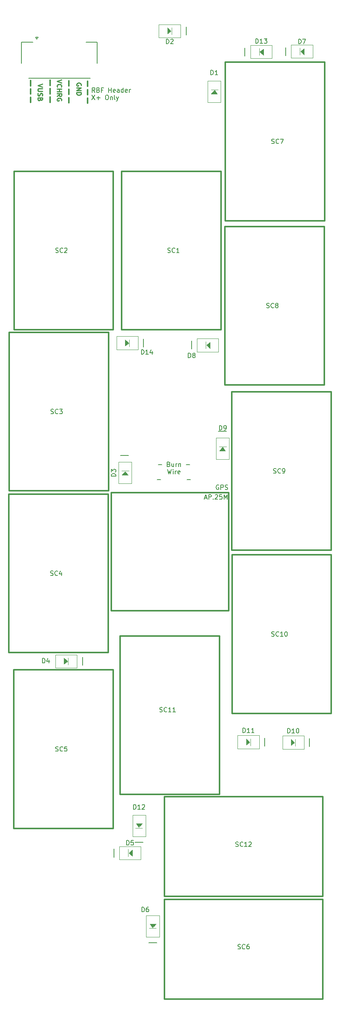
<source format=gbr>
%TF.GenerationSoftware,KiCad,Pcbnew,7.0.2-0*%
%TF.CreationDate,2024-05-08T20:31:55-07:00*%
%TF.ProjectId,new_X_Y_Panels,6e65775f-585f-4595-9f50-616e656c732e,1b*%
%TF.SameCoordinates,Original*%
%TF.FileFunction,Legend,Top*%
%TF.FilePolarity,Positive*%
%FSLAX46Y46*%
G04 Gerber Fmt 4.6, Leading zero omitted, Abs format (unit mm)*
G04 Created by KiCad (PCBNEW 7.0.2-0) date 2024-05-08 20:31:55*
%MOMM*%
%LPD*%
G01*
G04 APERTURE LIST*
%ADD10C,0.150000*%
%ADD11C,0.250000*%
%ADD12C,0.300000*%
%ADD13C,0.120000*%
%ADD14C,0.100000*%
%ADD15C,0.127000*%
G04 APERTURE END LIST*
D10*
X82145000Y-111252000D02*
X80345000Y-111252000D01*
X63670000Y-202000000D02*
X61870000Y-202000000D01*
X100470000Y-180825000D02*
X100470000Y-179025000D01*
X57220000Y-205250000D02*
X57220000Y-203450000D01*
X60474000Y-116586000D02*
X58674000Y-116586000D01*
X74438000Y-91242000D02*
X74438000Y-93042000D01*
X66695000Y-224150000D02*
X64895000Y-224150000D01*
X90545000Y-178950000D02*
X90545000Y-180750000D01*
X95220000Y-28225000D02*
X95220000Y-26425000D01*
X86220000Y-28325000D02*
X86220000Y-26525000D01*
X50245000Y-162875000D02*
X50245000Y-161075000D01*
X73195000Y-23700000D02*
X73195000Y-21900000D01*
X63754000Y-92594000D02*
X63754000Y-90794000D01*
D11*
X41357380Y-34540238D02*
X40357380Y-34873571D01*
X40357380Y-34873571D02*
X41357380Y-35206904D01*
X41357380Y-35540238D02*
X40547857Y-35540238D01*
X40547857Y-35540238D02*
X40452619Y-35587857D01*
X40452619Y-35587857D02*
X40405000Y-35635476D01*
X40405000Y-35635476D02*
X40357380Y-35730714D01*
X40357380Y-35730714D02*
X40357380Y-35921190D01*
X40357380Y-35921190D02*
X40405000Y-36016428D01*
X40405000Y-36016428D02*
X40452619Y-36064047D01*
X40452619Y-36064047D02*
X40547857Y-36111666D01*
X40547857Y-36111666D02*
X41357380Y-36111666D01*
X40405000Y-36540238D02*
X40357380Y-36683095D01*
X40357380Y-36683095D02*
X40357380Y-36921190D01*
X40357380Y-36921190D02*
X40405000Y-37016428D01*
X40405000Y-37016428D02*
X40452619Y-37064047D01*
X40452619Y-37064047D02*
X40547857Y-37111666D01*
X40547857Y-37111666D02*
X40643095Y-37111666D01*
X40643095Y-37111666D02*
X40738333Y-37064047D01*
X40738333Y-37064047D02*
X40785952Y-37016428D01*
X40785952Y-37016428D02*
X40833571Y-36921190D01*
X40833571Y-36921190D02*
X40881190Y-36730714D01*
X40881190Y-36730714D02*
X40928809Y-36635476D01*
X40928809Y-36635476D02*
X40976428Y-36587857D01*
X40976428Y-36587857D02*
X41071666Y-36540238D01*
X41071666Y-36540238D02*
X41166904Y-36540238D01*
X41166904Y-36540238D02*
X41262142Y-36587857D01*
X41262142Y-36587857D02*
X41309761Y-36635476D01*
X41309761Y-36635476D02*
X41357380Y-36730714D01*
X41357380Y-36730714D02*
X41357380Y-36968809D01*
X41357380Y-36968809D02*
X41309761Y-37111666D01*
X40881190Y-37873571D02*
X40833571Y-38016428D01*
X40833571Y-38016428D02*
X40785952Y-38064047D01*
X40785952Y-38064047D02*
X40690714Y-38111666D01*
X40690714Y-38111666D02*
X40547857Y-38111666D01*
X40547857Y-38111666D02*
X40452619Y-38064047D01*
X40452619Y-38064047D02*
X40405000Y-38016428D01*
X40405000Y-38016428D02*
X40357380Y-37921190D01*
X40357380Y-37921190D02*
X40357380Y-37540238D01*
X40357380Y-37540238D02*
X41357380Y-37540238D01*
X41357380Y-37540238D02*
X41357380Y-37873571D01*
X41357380Y-37873571D02*
X41309761Y-37968809D01*
X41309761Y-37968809D02*
X41262142Y-38016428D01*
X41262142Y-38016428D02*
X41166904Y-38064047D01*
X41166904Y-38064047D02*
X41071666Y-38064047D01*
X41071666Y-38064047D02*
X40976428Y-38016428D01*
X40976428Y-38016428D02*
X40928809Y-37968809D01*
X40928809Y-37968809D02*
X40881190Y-37873571D01*
X40881190Y-37873571D02*
X40881190Y-37540238D01*
X49899761Y-34866904D02*
X49947380Y-34771666D01*
X49947380Y-34771666D02*
X49947380Y-34628809D01*
X49947380Y-34628809D02*
X49899761Y-34485952D01*
X49899761Y-34485952D02*
X49804523Y-34390714D01*
X49804523Y-34390714D02*
X49709285Y-34343095D01*
X49709285Y-34343095D02*
X49518809Y-34295476D01*
X49518809Y-34295476D02*
X49375952Y-34295476D01*
X49375952Y-34295476D02*
X49185476Y-34343095D01*
X49185476Y-34343095D02*
X49090238Y-34390714D01*
X49090238Y-34390714D02*
X48995000Y-34485952D01*
X48995000Y-34485952D02*
X48947380Y-34628809D01*
X48947380Y-34628809D02*
X48947380Y-34724047D01*
X48947380Y-34724047D02*
X48995000Y-34866904D01*
X48995000Y-34866904D02*
X49042619Y-34914523D01*
X49042619Y-34914523D02*
X49375952Y-34914523D01*
X49375952Y-34914523D02*
X49375952Y-34724047D01*
X48947380Y-35343095D02*
X49947380Y-35343095D01*
X49947380Y-35343095D02*
X48947380Y-35914523D01*
X48947380Y-35914523D02*
X49947380Y-35914523D01*
X48947380Y-36390714D02*
X49947380Y-36390714D01*
X49947380Y-36390714D02*
X49947380Y-36628809D01*
X49947380Y-36628809D02*
X49899761Y-36771666D01*
X49899761Y-36771666D02*
X49804523Y-36866904D01*
X49804523Y-36866904D02*
X49709285Y-36914523D01*
X49709285Y-36914523D02*
X49518809Y-36962142D01*
X49518809Y-36962142D02*
X49375952Y-36962142D01*
X49375952Y-36962142D02*
X49185476Y-36914523D01*
X49185476Y-36914523D02*
X49090238Y-36866904D01*
X49090238Y-36866904D02*
X48995000Y-36771666D01*
X48995000Y-36771666D02*
X48947380Y-36628809D01*
X48947380Y-36628809D02*
X48947380Y-36390714D01*
D12*
X43080000Y-38557857D02*
X43080000Y-37415000D01*
X43080000Y-36700714D02*
X43080000Y-35557857D01*
X43080000Y-34843571D02*
X43080000Y-33700714D01*
D10*
X53004523Y-36347619D02*
X52671190Y-35871428D01*
X52433095Y-36347619D02*
X52433095Y-35347619D01*
X52433095Y-35347619D02*
X52814047Y-35347619D01*
X52814047Y-35347619D02*
X52909285Y-35395238D01*
X52909285Y-35395238D02*
X52956904Y-35442857D01*
X52956904Y-35442857D02*
X53004523Y-35538095D01*
X53004523Y-35538095D02*
X53004523Y-35680952D01*
X53004523Y-35680952D02*
X52956904Y-35776190D01*
X52956904Y-35776190D02*
X52909285Y-35823809D01*
X52909285Y-35823809D02*
X52814047Y-35871428D01*
X52814047Y-35871428D02*
X52433095Y-35871428D01*
X53766428Y-35823809D02*
X53909285Y-35871428D01*
X53909285Y-35871428D02*
X53956904Y-35919047D01*
X53956904Y-35919047D02*
X54004523Y-36014285D01*
X54004523Y-36014285D02*
X54004523Y-36157142D01*
X54004523Y-36157142D02*
X53956904Y-36252380D01*
X53956904Y-36252380D02*
X53909285Y-36300000D01*
X53909285Y-36300000D02*
X53814047Y-36347619D01*
X53814047Y-36347619D02*
X53433095Y-36347619D01*
X53433095Y-36347619D02*
X53433095Y-35347619D01*
X53433095Y-35347619D02*
X53766428Y-35347619D01*
X53766428Y-35347619D02*
X53861666Y-35395238D01*
X53861666Y-35395238D02*
X53909285Y-35442857D01*
X53909285Y-35442857D02*
X53956904Y-35538095D01*
X53956904Y-35538095D02*
X53956904Y-35633333D01*
X53956904Y-35633333D02*
X53909285Y-35728571D01*
X53909285Y-35728571D02*
X53861666Y-35776190D01*
X53861666Y-35776190D02*
X53766428Y-35823809D01*
X53766428Y-35823809D02*
X53433095Y-35823809D01*
X54766428Y-35823809D02*
X54433095Y-35823809D01*
X54433095Y-36347619D02*
X54433095Y-35347619D01*
X54433095Y-35347619D02*
X54909285Y-35347619D01*
X56052143Y-36347619D02*
X56052143Y-35347619D01*
X56052143Y-35823809D02*
X56623571Y-35823809D01*
X56623571Y-36347619D02*
X56623571Y-35347619D01*
X57480714Y-36300000D02*
X57385476Y-36347619D01*
X57385476Y-36347619D02*
X57195000Y-36347619D01*
X57195000Y-36347619D02*
X57099762Y-36300000D01*
X57099762Y-36300000D02*
X57052143Y-36204761D01*
X57052143Y-36204761D02*
X57052143Y-35823809D01*
X57052143Y-35823809D02*
X57099762Y-35728571D01*
X57099762Y-35728571D02*
X57195000Y-35680952D01*
X57195000Y-35680952D02*
X57385476Y-35680952D01*
X57385476Y-35680952D02*
X57480714Y-35728571D01*
X57480714Y-35728571D02*
X57528333Y-35823809D01*
X57528333Y-35823809D02*
X57528333Y-35919047D01*
X57528333Y-35919047D02*
X57052143Y-36014285D01*
X58385476Y-36347619D02*
X58385476Y-35823809D01*
X58385476Y-35823809D02*
X58337857Y-35728571D01*
X58337857Y-35728571D02*
X58242619Y-35680952D01*
X58242619Y-35680952D02*
X58052143Y-35680952D01*
X58052143Y-35680952D02*
X57956905Y-35728571D01*
X58385476Y-36300000D02*
X58290238Y-36347619D01*
X58290238Y-36347619D02*
X58052143Y-36347619D01*
X58052143Y-36347619D02*
X57956905Y-36300000D01*
X57956905Y-36300000D02*
X57909286Y-36204761D01*
X57909286Y-36204761D02*
X57909286Y-36109523D01*
X57909286Y-36109523D02*
X57956905Y-36014285D01*
X57956905Y-36014285D02*
X58052143Y-35966666D01*
X58052143Y-35966666D02*
X58290238Y-35966666D01*
X58290238Y-35966666D02*
X58385476Y-35919047D01*
X59290238Y-36347619D02*
X59290238Y-35347619D01*
X59290238Y-36300000D02*
X59195000Y-36347619D01*
X59195000Y-36347619D02*
X59004524Y-36347619D01*
X59004524Y-36347619D02*
X58909286Y-36300000D01*
X58909286Y-36300000D02*
X58861667Y-36252380D01*
X58861667Y-36252380D02*
X58814048Y-36157142D01*
X58814048Y-36157142D02*
X58814048Y-35871428D01*
X58814048Y-35871428D02*
X58861667Y-35776190D01*
X58861667Y-35776190D02*
X58909286Y-35728571D01*
X58909286Y-35728571D02*
X59004524Y-35680952D01*
X59004524Y-35680952D02*
X59195000Y-35680952D01*
X59195000Y-35680952D02*
X59290238Y-35728571D01*
X60147381Y-36300000D02*
X60052143Y-36347619D01*
X60052143Y-36347619D02*
X59861667Y-36347619D01*
X59861667Y-36347619D02*
X59766429Y-36300000D01*
X59766429Y-36300000D02*
X59718810Y-36204761D01*
X59718810Y-36204761D02*
X59718810Y-35823809D01*
X59718810Y-35823809D02*
X59766429Y-35728571D01*
X59766429Y-35728571D02*
X59861667Y-35680952D01*
X59861667Y-35680952D02*
X60052143Y-35680952D01*
X60052143Y-35680952D02*
X60147381Y-35728571D01*
X60147381Y-35728571D02*
X60195000Y-35823809D01*
X60195000Y-35823809D02*
X60195000Y-35919047D01*
X60195000Y-35919047D02*
X59718810Y-36014285D01*
X60623572Y-36347619D02*
X60623572Y-35680952D01*
X60623572Y-35871428D02*
X60671191Y-35776190D01*
X60671191Y-35776190D02*
X60718810Y-35728571D01*
X60718810Y-35728571D02*
X60814048Y-35680952D01*
X60814048Y-35680952D02*
X60909286Y-35680952D01*
X52337857Y-36967619D02*
X53004523Y-37967619D01*
X53004523Y-36967619D02*
X52337857Y-37967619D01*
X53385476Y-37586666D02*
X54147381Y-37586666D01*
X53766428Y-37967619D02*
X53766428Y-37205714D01*
X55575952Y-36967619D02*
X55766428Y-36967619D01*
X55766428Y-36967619D02*
X55861666Y-37015238D01*
X55861666Y-37015238D02*
X55956904Y-37110476D01*
X55956904Y-37110476D02*
X56004523Y-37300952D01*
X56004523Y-37300952D02*
X56004523Y-37634285D01*
X56004523Y-37634285D02*
X55956904Y-37824761D01*
X55956904Y-37824761D02*
X55861666Y-37920000D01*
X55861666Y-37920000D02*
X55766428Y-37967619D01*
X55766428Y-37967619D02*
X55575952Y-37967619D01*
X55575952Y-37967619D02*
X55480714Y-37920000D01*
X55480714Y-37920000D02*
X55385476Y-37824761D01*
X55385476Y-37824761D02*
X55337857Y-37634285D01*
X55337857Y-37634285D02*
X55337857Y-37300952D01*
X55337857Y-37300952D02*
X55385476Y-37110476D01*
X55385476Y-37110476D02*
X55480714Y-37015238D01*
X55480714Y-37015238D02*
X55575952Y-36967619D01*
X56433095Y-37300952D02*
X56433095Y-37967619D01*
X56433095Y-37396190D02*
X56480714Y-37348571D01*
X56480714Y-37348571D02*
X56575952Y-37300952D01*
X56575952Y-37300952D02*
X56718809Y-37300952D01*
X56718809Y-37300952D02*
X56814047Y-37348571D01*
X56814047Y-37348571D02*
X56861666Y-37443809D01*
X56861666Y-37443809D02*
X56861666Y-37967619D01*
X57480714Y-37967619D02*
X57385476Y-37920000D01*
X57385476Y-37920000D02*
X57337857Y-37824761D01*
X57337857Y-37824761D02*
X57337857Y-36967619D01*
X57766429Y-37300952D02*
X58004524Y-37967619D01*
X58242619Y-37300952D02*
X58004524Y-37967619D01*
X58004524Y-37967619D02*
X57909286Y-38205714D01*
X57909286Y-38205714D02*
X57861667Y-38253333D01*
X57861667Y-38253333D02*
X57766429Y-38300952D01*
D12*
X38780000Y-38607857D02*
X38780000Y-37465000D01*
X38780000Y-36750714D02*
X38780000Y-35607857D01*
X38780000Y-34893571D02*
X38780000Y-33750714D01*
D10*
X67018809Y-118611666D02*
X67780714Y-118611666D01*
X69352142Y-118468809D02*
X69494999Y-118516428D01*
X69494999Y-118516428D02*
X69542618Y-118564047D01*
X69542618Y-118564047D02*
X69590237Y-118659285D01*
X69590237Y-118659285D02*
X69590237Y-118802142D01*
X69590237Y-118802142D02*
X69542618Y-118897380D01*
X69542618Y-118897380D02*
X69494999Y-118945000D01*
X69494999Y-118945000D02*
X69399761Y-118992619D01*
X69399761Y-118992619D02*
X69018809Y-118992619D01*
X69018809Y-118992619D02*
X69018809Y-117992619D01*
X69018809Y-117992619D02*
X69352142Y-117992619D01*
X69352142Y-117992619D02*
X69447380Y-118040238D01*
X69447380Y-118040238D02*
X69494999Y-118087857D01*
X69494999Y-118087857D02*
X69542618Y-118183095D01*
X69542618Y-118183095D02*
X69542618Y-118278333D01*
X69542618Y-118278333D02*
X69494999Y-118373571D01*
X69494999Y-118373571D02*
X69447380Y-118421190D01*
X69447380Y-118421190D02*
X69352142Y-118468809D01*
X69352142Y-118468809D02*
X69018809Y-118468809D01*
X70447380Y-118325952D02*
X70447380Y-118992619D01*
X70018809Y-118325952D02*
X70018809Y-118849761D01*
X70018809Y-118849761D02*
X70066428Y-118945000D01*
X70066428Y-118945000D02*
X70161666Y-118992619D01*
X70161666Y-118992619D02*
X70304523Y-118992619D01*
X70304523Y-118992619D02*
X70399761Y-118945000D01*
X70399761Y-118945000D02*
X70447380Y-118897380D01*
X70923571Y-118992619D02*
X70923571Y-118325952D01*
X70923571Y-118516428D02*
X70971190Y-118421190D01*
X70971190Y-118421190D02*
X71018809Y-118373571D01*
X71018809Y-118373571D02*
X71114047Y-118325952D01*
X71114047Y-118325952D02*
X71209285Y-118325952D01*
X71542619Y-118325952D02*
X71542619Y-118992619D01*
X71542619Y-118421190D02*
X71590238Y-118373571D01*
X71590238Y-118373571D02*
X71685476Y-118325952D01*
X71685476Y-118325952D02*
X71828333Y-118325952D01*
X71828333Y-118325952D02*
X71923571Y-118373571D01*
X71923571Y-118373571D02*
X71971190Y-118468809D01*
X71971190Y-118468809D02*
X71971190Y-118992619D01*
X73209286Y-118611666D02*
X73971191Y-118611666D01*
X69090238Y-119612619D02*
X69328333Y-120612619D01*
X69328333Y-120612619D02*
X69518809Y-119898333D01*
X69518809Y-119898333D02*
X69709285Y-120612619D01*
X69709285Y-120612619D02*
X69947381Y-119612619D01*
X70328333Y-120612619D02*
X70328333Y-119945952D01*
X70328333Y-119612619D02*
X70280714Y-119660238D01*
X70280714Y-119660238D02*
X70328333Y-119707857D01*
X70328333Y-119707857D02*
X70375952Y-119660238D01*
X70375952Y-119660238D02*
X70328333Y-119612619D01*
X70328333Y-119612619D02*
X70328333Y-119707857D01*
X70804523Y-120612619D02*
X70804523Y-119945952D01*
X70804523Y-120136428D02*
X70852142Y-120041190D01*
X70852142Y-120041190D02*
X70899761Y-119993571D01*
X70899761Y-119993571D02*
X70994999Y-119945952D01*
X70994999Y-119945952D02*
X71090237Y-119945952D01*
X71804523Y-120565000D02*
X71709285Y-120612619D01*
X71709285Y-120612619D02*
X71518809Y-120612619D01*
X71518809Y-120612619D02*
X71423571Y-120565000D01*
X71423571Y-120565000D02*
X71375952Y-120469761D01*
X71375952Y-120469761D02*
X71375952Y-120088809D01*
X71375952Y-120088809D02*
X71423571Y-119993571D01*
X71423571Y-119993571D02*
X71518809Y-119945952D01*
X71518809Y-119945952D02*
X71709285Y-119945952D01*
X71709285Y-119945952D02*
X71804523Y-119993571D01*
X71804523Y-119993571D02*
X71852142Y-120088809D01*
X71852142Y-120088809D02*
X71852142Y-120184047D01*
X71852142Y-120184047D02*
X71375952Y-120279285D01*
X66828333Y-121851666D02*
X67590238Y-121851666D01*
X73399763Y-121851666D02*
X74161668Y-121851666D01*
D12*
X51390000Y-38767857D02*
X51390000Y-37625000D01*
X51390000Y-36910714D02*
X51390000Y-35767857D01*
X51390000Y-35053571D02*
X51390000Y-33910714D01*
D10*
X77295000Y-125926904D02*
X77771190Y-125926904D01*
X77199762Y-126212619D02*
X77533095Y-125212619D01*
X77533095Y-125212619D02*
X77866428Y-126212619D01*
X78199762Y-126212619D02*
X78199762Y-125212619D01*
X78199762Y-125212619D02*
X78580714Y-125212619D01*
X78580714Y-125212619D02*
X78675952Y-125260238D01*
X78675952Y-125260238D02*
X78723571Y-125307857D01*
X78723571Y-125307857D02*
X78771190Y-125403095D01*
X78771190Y-125403095D02*
X78771190Y-125545952D01*
X78771190Y-125545952D02*
X78723571Y-125641190D01*
X78723571Y-125641190D02*
X78675952Y-125688809D01*
X78675952Y-125688809D02*
X78580714Y-125736428D01*
X78580714Y-125736428D02*
X78199762Y-125736428D01*
X79199762Y-126117380D02*
X79247381Y-126165000D01*
X79247381Y-126165000D02*
X79199762Y-126212619D01*
X79199762Y-126212619D02*
X79152143Y-126165000D01*
X79152143Y-126165000D02*
X79199762Y-126117380D01*
X79199762Y-126117380D02*
X79199762Y-126212619D01*
X79628333Y-125307857D02*
X79675952Y-125260238D01*
X79675952Y-125260238D02*
X79771190Y-125212619D01*
X79771190Y-125212619D02*
X80009285Y-125212619D01*
X80009285Y-125212619D02*
X80104523Y-125260238D01*
X80104523Y-125260238D02*
X80152142Y-125307857D01*
X80152142Y-125307857D02*
X80199761Y-125403095D01*
X80199761Y-125403095D02*
X80199761Y-125498333D01*
X80199761Y-125498333D02*
X80152142Y-125641190D01*
X80152142Y-125641190D02*
X79580714Y-126212619D01*
X79580714Y-126212619D02*
X80199761Y-126212619D01*
X81104523Y-125212619D02*
X80628333Y-125212619D01*
X80628333Y-125212619D02*
X80580714Y-125688809D01*
X80580714Y-125688809D02*
X80628333Y-125641190D01*
X80628333Y-125641190D02*
X80723571Y-125593571D01*
X80723571Y-125593571D02*
X80961666Y-125593571D01*
X80961666Y-125593571D02*
X81056904Y-125641190D01*
X81056904Y-125641190D02*
X81104523Y-125688809D01*
X81104523Y-125688809D02*
X81152142Y-125784047D01*
X81152142Y-125784047D02*
X81152142Y-126022142D01*
X81152142Y-126022142D02*
X81104523Y-126117380D01*
X81104523Y-126117380D02*
X81056904Y-126165000D01*
X81056904Y-126165000D02*
X80961666Y-126212619D01*
X80961666Y-126212619D02*
X80723571Y-126212619D01*
X80723571Y-126212619D02*
X80628333Y-126165000D01*
X80628333Y-126165000D02*
X80580714Y-126117380D01*
X81580714Y-126212619D02*
X81580714Y-125212619D01*
X81580714Y-125212619D02*
X81914047Y-125926904D01*
X81914047Y-125926904D02*
X82247380Y-125212619D01*
X82247380Y-125212619D02*
X82247380Y-126212619D01*
D12*
X47220000Y-38687857D02*
X47220000Y-37545000D01*
X47220000Y-36830714D02*
X47220000Y-35687857D01*
X47220000Y-34973571D02*
X47220000Y-33830714D01*
D10*
X80405714Y-123110238D02*
X80310476Y-123062619D01*
X80310476Y-123062619D02*
X80167619Y-123062619D01*
X80167619Y-123062619D02*
X80024762Y-123110238D01*
X80024762Y-123110238D02*
X79929524Y-123205476D01*
X79929524Y-123205476D02*
X79881905Y-123300714D01*
X79881905Y-123300714D02*
X79834286Y-123491190D01*
X79834286Y-123491190D02*
X79834286Y-123634047D01*
X79834286Y-123634047D02*
X79881905Y-123824523D01*
X79881905Y-123824523D02*
X79929524Y-123919761D01*
X79929524Y-123919761D02*
X80024762Y-124015000D01*
X80024762Y-124015000D02*
X80167619Y-124062619D01*
X80167619Y-124062619D02*
X80262857Y-124062619D01*
X80262857Y-124062619D02*
X80405714Y-124015000D01*
X80405714Y-124015000D02*
X80453333Y-123967380D01*
X80453333Y-123967380D02*
X80453333Y-123634047D01*
X80453333Y-123634047D02*
X80262857Y-123634047D01*
X80881905Y-124062619D02*
X80881905Y-123062619D01*
X80881905Y-123062619D02*
X81262857Y-123062619D01*
X81262857Y-123062619D02*
X81358095Y-123110238D01*
X81358095Y-123110238D02*
X81405714Y-123157857D01*
X81405714Y-123157857D02*
X81453333Y-123253095D01*
X81453333Y-123253095D02*
X81453333Y-123395952D01*
X81453333Y-123395952D02*
X81405714Y-123491190D01*
X81405714Y-123491190D02*
X81358095Y-123538809D01*
X81358095Y-123538809D02*
X81262857Y-123586428D01*
X81262857Y-123586428D02*
X80881905Y-123586428D01*
X81834286Y-124015000D02*
X81977143Y-124062619D01*
X81977143Y-124062619D02*
X82215238Y-124062619D01*
X82215238Y-124062619D02*
X82310476Y-124015000D01*
X82310476Y-124015000D02*
X82358095Y-123967380D01*
X82358095Y-123967380D02*
X82405714Y-123872142D01*
X82405714Y-123872142D02*
X82405714Y-123776904D01*
X82405714Y-123776904D02*
X82358095Y-123681666D01*
X82358095Y-123681666D02*
X82310476Y-123634047D01*
X82310476Y-123634047D02*
X82215238Y-123586428D01*
X82215238Y-123586428D02*
X82024762Y-123538809D01*
X82024762Y-123538809D02*
X81929524Y-123491190D01*
X81929524Y-123491190D02*
X81881905Y-123443571D01*
X81881905Y-123443571D02*
X81834286Y-123348333D01*
X81834286Y-123348333D02*
X81834286Y-123253095D01*
X81834286Y-123253095D02*
X81881905Y-123157857D01*
X81881905Y-123157857D02*
X81929524Y-123110238D01*
X81929524Y-123110238D02*
X82024762Y-123062619D01*
X82024762Y-123062619D02*
X82262857Y-123062619D01*
X82262857Y-123062619D02*
X82405714Y-123110238D01*
D11*
X45607380Y-33610238D02*
X44607380Y-33943571D01*
X44607380Y-33943571D02*
X45607380Y-34276904D01*
X44702619Y-35181666D02*
X44655000Y-35134047D01*
X44655000Y-35134047D02*
X44607380Y-34991190D01*
X44607380Y-34991190D02*
X44607380Y-34895952D01*
X44607380Y-34895952D02*
X44655000Y-34753095D01*
X44655000Y-34753095D02*
X44750238Y-34657857D01*
X44750238Y-34657857D02*
X44845476Y-34610238D01*
X44845476Y-34610238D02*
X45035952Y-34562619D01*
X45035952Y-34562619D02*
X45178809Y-34562619D01*
X45178809Y-34562619D02*
X45369285Y-34610238D01*
X45369285Y-34610238D02*
X45464523Y-34657857D01*
X45464523Y-34657857D02*
X45559761Y-34753095D01*
X45559761Y-34753095D02*
X45607380Y-34895952D01*
X45607380Y-34895952D02*
X45607380Y-34991190D01*
X45607380Y-34991190D02*
X45559761Y-35134047D01*
X45559761Y-35134047D02*
X45512142Y-35181666D01*
X44607380Y-35610238D02*
X45607380Y-35610238D01*
X45131190Y-35610238D02*
X45131190Y-36181666D01*
X44607380Y-36181666D02*
X45607380Y-36181666D01*
X44607380Y-37229285D02*
X45083571Y-36895952D01*
X44607380Y-36657857D02*
X45607380Y-36657857D01*
X45607380Y-36657857D02*
X45607380Y-37038809D01*
X45607380Y-37038809D02*
X45559761Y-37134047D01*
X45559761Y-37134047D02*
X45512142Y-37181666D01*
X45512142Y-37181666D02*
X45416904Y-37229285D01*
X45416904Y-37229285D02*
X45274047Y-37229285D01*
X45274047Y-37229285D02*
X45178809Y-37181666D01*
X45178809Y-37181666D02*
X45131190Y-37134047D01*
X45131190Y-37134047D02*
X45083571Y-37038809D01*
X45083571Y-37038809D02*
X45083571Y-36657857D01*
X45559761Y-38181666D02*
X45607380Y-38086428D01*
X45607380Y-38086428D02*
X45607380Y-37943571D01*
X45607380Y-37943571D02*
X45559761Y-37800714D01*
X45559761Y-37800714D02*
X45464523Y-37705476D01*
X45464523Y-37705476D02*
X45369285Y-37657857D01*
X45369285Y-37657857D02*
X45178809Y-37610238D01*
X45178809Y-37610238D02*
X45035952Y-37610238D01*
X45035952Y-37610238D02*
X44845476Y-37657857D01*
X44845476Y-37657857D02*
X44750238Y-37705476D01*
X44750238Y-37705476D02*
X44655000Y-37800714D01*
X44655000Y-37800714D02*
X44607380Y-37943571D01*
X44607380Y-37943571D02*
X44607380Y-38038809D01*
X44607380Y-38038809D02*
X44655000Y-38181666D01*
X44655000Y-38181666D02*
X44702619Y-38229285D01*
X44702619Y-38229285D02*
X45035952Y-38229285D01*
X45035952Y-38229285D02*
X45035952Y-38038809D01*
D10*
%TO.C,SC8*%
X91023095Y-83890000D02*
X91165952Y-83937619D01*
X91165952Y-83937619D02*
X91404047Y-83937619D01*
X91404047Y-83937619D02*
X91499285Y-83890000D01*
X91499285Y-83890000D02*
X91546904Y-83842380D01*
X91546904Y-83842380D02*
X91594523Y-83747142D01*
X91594523Y-83747142D02*
X91594523Y-83651904D01*
X91594523Y-83651904D02*
X91546904Y-83556666D01*
X91546904Y-83556666D02*
X91499285Y-83509047D01*
X91499285Y-83509047D02*
X91404047Y-83461428D01*
X91404047Y-83461428D02*
X91213571Y-83413809D01*
X91213571Y-83413809D02*
X91118333Y-83366190D01*
X91118333Y-83366190D02*
X91070714Y-83318571D01*
X91070714Y-83318571D02*
X91023095Y-83223333D01*
X91023095Y-83223333D02*
X91023095Y-83128095D01*
X91023095Y-83128095D02*
X91070714Y-83032857D01*
X91070714Y-83032857D02*
X91118333Y-82985238D01*
X91118333Y-82985238D02*
X91213571Y-82937619D01*
X91213571Y-82937619D02*
X91451666Y-82937619D01*
X91451666Y-82937619D02*
X91594523Y-82985238D01*
X92594523Y-83842380D02*
X92546904Y-83890000D01*
X92546904Y-83890000D02*
X92404047Y-83937619D01*
X92404047Y-83937619D02*
X92308809Y-83937619D01*
X92308809Y-83937619D02*
X92165952Y-83890000D01*
X92165952Y-83890000D02*
X92070714Y-83794761D01*
X92070714Y-83794761D02*
X92023095Y-83699523D01*
X92023095Y-83699523D02*
X91975476Y-83509047D01*
X91975476Y-83509047D02*
X91975476Y-83366190D01*
X91975476Y-83366190D02*
X92023095Y-83175714D01*
X92023095Y-83175714D02*
X92070714Y-83080476D01*
X92070714Y-83080476D02*
X92165952Y-82985238D01*
X92165952Y-82985238D02*
X92308809Y-82937619D01*
X92308809Y-82937619D02*
X92404047Y-82937619D01*
X92404047Y-82937619D02*
X92546904Y-82985238D01*
X92546904Y-82985238D02*
X92594523Y-83032857D01*
X93165952Y-83366190D02*
X93070714Y-83318571D01*
X93070714Y-83318571D02*
X93023095Y-83270952D01*
X93023095Y-83270952D02*
X92975476Y-83175714D01*
X92975476Y-83175714D02*
X92975476Y-83128095D01*
X92975476Y-83128095D02*
X93023095Y-83032857D01*
X93023095Y-83032857D02*
X93070714Y-82985238D01*
X93070714Y-82985238D02*
X93165952Y-82937619D01*
X93165952Y-82937619D02*
X93356428Y-82937619D01*
X93356428Y-82937619D02*
X93451666Y-82985238D01*
X93451666Y-82985238D02*
X93499285Y-83032857D01*
X93499285Y-83032857D02*
X93546904Y-83128095D01*
X93546904Y-83128095D02*
X93546904Y-83175714D01*
X93546904Y-83175714D02*
X93499285Y-83270952D01*
X93499285Y-83270952D02*
X93451666Y-83318571D01*
X93451666Y-83318571D02*
X93356428Y-83366190D01*
X93356428Y-83366190D02*
X93165952Y-83366190D01*
X93165952Y-83366190D02*
X93070714Y-83413809D01*
X93070714Y-83413809D02*
X93023095Y-83461428D01*
X93023095Y-83461428D02*
X92975476Y-83556666D01*
X92975476Y-83556666D02*
X92975476Y-83747142D01*
X92975476Y-83747142D02*
X93023095Y-83842380D01*
X93023095Y-83842380D02*
X93070714Y-83890000D01*
X93070714Y-83890000D02*
X93165952Y-83937619D01*
X93165952Y-83937619D02*
X93356428Y-83937619D01*
X93356428Y-83937619D02*
X93451666Y-83890000D01*
X93451666Y-83890000D02*
X93499285Y-83842380D01*
X93499285Y-83842380D02*
X93546904Y-83747142D01*
X93546904Y-83747142D02*
X93546904Y-83556666D01*
X93546904Y-83556666D02*
X93499285Y-83461428D01*
X93499285Y-83461428D02*
X93451666Y-83413809D01*
X93451666Y-83413809D02*
X93356428Y-83366190D01*
%TO.C,D14*%
X63301714Y-94188619D02*
X63301714Y-93188619D01*
X63301714Y-93188619D02*
X63539809Y-93188619D01*
X63539809Y-93188619D02*
X63682666Y-93236238D01*
X63682666Y-93236238D02*
X63777904Y-93331476D01*
X63777904Y-93331476D02*
X63825523Y-93426714D01*
X63825523Y-93426714D02*
X63873142Y-93617190D01*
X63873142Y-93617190D02*
X63873142Y-93760047D01*
X63873142Y-93760047D02*
X63825523Y-93950523D01*
X63825523Y-93950523D02*
X63777904Y-94045761D01*
X63777904Y-94045761D02*
X63682666Y-94141000D01*
X63682666Y-94141000D02*
X63539809Y-94188619D01*
X63539809Y-94188619D02*
X63301714Y-94188619D01*
X64825523Y-94188619D02*
X64254095Y-94188619D01*
X64539809Y-94188619D02*
X64539809Y-93188619D01*
X64539809Y-93188619D02*
X64444571Y-93331476D01*
X64444571Y-93331476D02*
X64349333Y-93426714D01*
X64349333Y-93426714D02*
X64254095Y-93474333D01*
X65682666Y-93521952D02*
X65682666Y-94188619D01*
X65444571Y-93141000D02*
X65206476Y-93855285D01*
X65206476Y-93855285D02*
X65825523Y-93855285D01*
%TO.C,D6*%
X63396905Y-217327619D02*
X63396905Y-216327619D01*
X63396905Y-216327619D02*
X63635000Y-216327619D01*
X63635000Y-216327619D02*
X63777857Y-216375238D01*
X63777857Y-216375238D02*
X63873095Y-216470476D01*
X63873095Y-216470476D02*
X63920714Y-216565714D01*
X63920714Y-216565714D02*
X63968333Y-216756190D01*
X63968333Y-216756190D02*
X63968333Y-216899047D01*
X63968333Y-216899047D02*
X63920714Y-217089523D01*
X63920714Y-217089523D02*
X63873095Y-217184761D01*
X63873095Y-217184761D02*
X63777857Y-217280000D01*
X63777857Y-217280000D02*
X63635000Y-217327619D01*
X63635000Y-217327619D02*
X63396905Y-217327619D01*
X64825476Y-216327619D02*
X64635000Y-216327619D01*
X64635000Y-216327619D02*
X64539762Y-216375238D01*
X64539762Y-216375238D02*
X64492143Y-216422857D01*
X64492143Y-216422857D02*
X64396905Y-216565714D01*
X64396905Y-216565714D02*
X64349286Y-216756190D01*
X64349286Y-216756190D02*
X64349286Y-217137142D01*
X64349286Y-217137142D02*
X64396905Y-217232380D01*
X64396905Y-217232380D02*
X64444524Y-217280000D01*
X64444524Y-217280000D02*
X64539762Y-217327619D01*
X64539762Y-217327619D02*
X64730238Y-217327619D01*
X64730238Y-217327619D02*
X64825476Y-217280000D01*
X64825476Y-217280000D02*
X64873095Y-217232380D01*
X64873095Y-217232380D02*
X64920714Y-217137142D01*
X64920714Y-217137142D02*
X64920714Y-216899047D01*
X64920714Y-216899047D02*
X64873095Y-216803809D01*
X64873095Y-216803809D02*
X64825476Y-216756190D01*
X64825476Y-216756190D02*
X64730238Y-216708571D01*
X64730238Y-216708571D02*
X64539762Y-216708571D01*
X64539762Y-216708571D02*
X64444524Y-216756190D01*
X64444524Y-216756190D02*
X64396905Y-216803809D01*
X64396905Y-216803809D02*
X64349286Y-216899047D01*
%TO.C,SC2*%
X44323095Y-71690000D02*
X44465952Y-71737619D01*
X44465952Y-71737619D02*
X44704047Y-71737619D01*
X44704047Y-71737619D02*
X44799285Y-71690000D01*
X44799285Y-71690000D02*
X44846904Y-71642380D01*
X44846904Y-71642380D02*
X44894523Y-71547142D01*
X44894523Y-71547142D02*
X44894523Y-71451904D01*
X44894523Y-71451904D02*
X44846904Y-71356666D01*
X44846904Y-71356666D02*
X44799285Y-71309047D01*
X44799285Y-71309047D02*
X44704047Y-71261428D01*
X44704047Y-71261428D02*
X44513571Y-71213809D01*
X44513571Y-71213809D02*
X44418333Y-71166190D01*
X44418333Y-71166190D02*
X44370714Y-71118571D01*
X44370714Y-71118571D02*
X44323095Y-71023333D01*
X44323095Y-71023333D02*
X44323095Y-70928095D01*
X44323095Y-70928095D02*
X44370714Y-70832857D01*
X44370714Y-70832857D02*
X44418333Y-70785238D01*
X44418333Y-70785238D02*
X44513571Y-70737619D01*
X44513571Y-70737619D02*
X44751666Y-70737619D01*
X44751666Y-70737619D02*
X44894523Y-70785238D01*
X45894523Y-71642380D02*
X45846904Y-71690000D01*
X45846904Y-71690000D02*
X45704047Y-71737619D01*
X45704047Y-71737619D02*
X45608809Y-71737619D01*
X45608809Y-71737619D02*
X45465952Y-71690000D01*
X45465952Y-71690000D02*
X45370714Y-71594761D01*
X45370714Y-71594761D02*
X45323095Y-71499523D01*
X45323095Y-71499523D02*
X45275476Y-71309047D01*
X45275476Y-71309047D02*
X45275476Y-71166190D01*
X45275476Y-71166190D02*
X45323095Y-70975714D01*
X45323095Y-70975714D02*
X45370714Y-70880476D01*
X45370714Y-70880476D02*
X45465952Y-70785238D01*
X45465952Y-70785238D02*
X45608809Y-70737619D01*
X45608809Y-70737619D02*
X45704047Y-70737619D01*
X45704047Y-70737619D02*
X45846904Y-70785238D01*
X45846904Y-70785238D02*
X45894523Y-70832857D01*
X46275476Y-70832857D02*
X46323095Y-70785238D01*
X46323095Y-70785238D02*
X46418333Y-70737619D01*
X46418333Y-70737619D02*
X46656428Y-70737619D01*
X46656428Y-70737619D02*
X46751666Y-70785238D01*
X46751666Y-70785238D02*
X46799285Y-70832857D01*
X46799285Y-70832857D02*
X46846904Y-70928095D01*
X46846904Y-70928095D02*
X46846904Y-71023333D01*
X46846904Y-71023333D02*
X46799285Y-71166190D01*
X46799285Y-71166190D02*
X46227857Y-71737619D01*
X46227857Y-71737619D02*
X46846904Y-71737619D01*
%TO.C,D4*%
X41396905Y-162377619D02*
X41396905Y-161377619D01*
X41396905Y-161377619D02*
X41635000Y-161377619D01*
X41635000Y-161377619D02*
X41777857Y-161425238D01*
X41777857Y-161425238D02*
X41873095Y-161520476D01*
X41873095Y-161520476D02*
X41920714Y-161615714D01*
X41920714Y-161615714D02*
X41968333Y-161806190D01*
X41968333Y-161806190D02*
X41968333Y-161949047D01*
X41968333Y-161949047D02*
X41920714Y-162139523D01*
X41920714Y-162139523D02*
X41873095Y-162234761D01*
X41873095Y-162234761D02*
X41777857Y-162330000D01*
X41777857Y-162330000D02*
X41635000Y-162377619D01*
X41635000Y-162377619D02*
X41396905Y-162377619D01*
X42825476Y-161710952D02*
X42825476Y-162377619D01*
X42587381Y-161330000D02*
X42349286Y-162044285D01*
X42349286Y-162044285D02*
X42968333Y-162044285D01*
%TO.C,D2*%
X68816905Y-25617619D02*
X68816905Y-24617619D01*
X68816905Y-24617619D02*
X69055000Y-24617619D01*
X69055000Y-24617619D02*
X69197857Y-24665238D01*
X69197857Y-24665238D02*
X69293095Y-24760476D01*
X69293095Y-24760476D02*
X69340714Y-24855714D01*
X69340714Y-24855714D02*
X69388333Y-25046190D01*
X69388333Y-25046190D02*
X69388333Y-25189047D01*
X69388333Y-25189047D02*
X69340714Y-25379523D01*
X69340714Y-25379523D02*
X69293095Y-25474761D01*
X69293095Y-25474761D02*
X69197857Y-25570000D01*
X69197857Y-25570000D02*
X69055000Y-25617619D01*
X69055000Y-25617619D02*
X68816905Y-25617619D01*
X69769286Y-24712857D02*
X69816905Y-24665238D01*
X69816905Y-24665238D02*
X69912143Y-24617619D01*
X69912143Y-24617619D02*
X70150238Y-24617619D01*
X70150238Y-24617619D02*
X70245476Y-24665238D01*
X70245476Y-24665238D02*
X70293095Y-24712857D01*
X70293095Y-24712857D02*
X70340714Y-24808095D01*
X70340714Y-24808095D02*
X70340714Y-24903333D01*
X70340714Y-24903333D02*
X70293095Y-25046190D01*
X70293095Y-25046190D02*
X69721667Y-25617619D01*
X69721667Y-25617619D02*
X70340714Y-25617619D01*
%TO.C,SC1*%
X69133095Y-71690000D02*
X69275952Y-71737619D01*
X69275952Y-71737619D02*
X69514047Y-71737619D01*
X69514047Y-71737619D02*
X69609285Y-71690000D01*
X69609285Y-71690000D02*
X69656904Y-71642380D01*
X69656904Y-71642380D02*
X69704523Y-71547142D01*
X69704523Y-71547142D02*
X69704523Y-71451904D01*
X69704523Y-71451904D02*
X69656904Y-71356666D01*
X69656904Y-71356666D02*
X69609285Y-71309047D01*
X69609285Y-71309047D02*
X69514047Y-71261428D01*
X69514047Y-71261428D02*
X69323571Y-71213809D01*
X69323571Y-71213809D02*
X69228333Y-71166190D01*
X69228333Y-71166190D02*
X69180714Y-71118571D01*
X69180714Y-71118571D02*
X69133095Y-71023333D01*
X69133095Y-71023333D02*
X69133095Y-70928095D01*
X69133095Y-70928095D02*
X69180714Y-70832857D01*
X69180714Y-70832857D02*
X69228333Y-70785238D01*
X69228333Y-70785238D02*
X69323571Y-70737619D01*
X69323571Y-70737619D02*
X69561666Y-70737619D01*
X69561666Y-70737619D02*
X69704523Y-70785238D01*
X70704523Y-71642380D02*
X70656904Y-71690000D01*
X70656904Y-71690000D02*
X70514047Y-71737619D01*
X70514047Y-71737619D02*
X70418809Y-71737619D01*
X70418809Y-71737619D02*
X70275952Y-71690000D01*
X70275952Y-71690000D02*
X70180714Y-71594761D01*
X70180714Y-71594761D02*
X70133095Y-71499523D01*
X70133095Y-71499523D02*
X70085476Y-71309047D01*
X70085476Y-71309047D02*
X70085476Y-71166190D01*
X70085476Y-71166190D02*
X70133095Y-70975714D01*
X70133095Y-70975714D02*
X70180714Y-70880476D01*
X70180714Y-70880476D02*
X70275952Y-70785238D01*
X70275952Y-70785238D02*
X70418809Y-70737619D01*
X70418809Y-70737619D02*
X70514047Y-70737619D01*
X70514047Y-70737619D02*
X70656904Y-70785238D01*
X70656904Y-70785238D02*
X70704523Y-70832857D01*
X71656904Y-71737619D02*
X71085476Y-71737619D01*
X71371190Y-71737619D02*
X71371190Y-70737619D01*
X71371190Y-70737619D02*
X71275952Y-70880476D01*
X71275952Y-70880476D02*
X71180714Y-70975714D01*
X71180714Y-70975714D02*
X71085476Y-71023333D01*
%TO.C,SC12*%
X84176905Y-202850000D02*
X84319762Y-202897619D01*
X84319762Y-202897619D02*
X84557857Y-202897619D01*
X84557857Y-202897619D02*
X84653095Y-202850000D01*
X84653095Y-202850000D02*
X84700714Y-202802380D01*
X84700714Y-202802380D02*
X84748333Y-202707142D01*
X84748333Y-202707142D02*
X84748333Y-202611904D01*
X84748333Y-202611904D02*
X84700714Y-202516666D01*
X84700714Y-202516666D02*
X84653095Y-202469047D01*
X84653095Y-202469047D02*
X84557857Y-202421428D01*
X84557857Y-202421428D02*
X84367381Y-202373809D01*
X84367381Y-202373809D02*
X84272143Y-202326190D01*
X84272143Y-202326190D02*
X84224524Y-202278571D01*
X84224524Y-202278571D02*
X84176905Y-202183333D01*
X84176905Y-202183333D02*
X84176905Y-202088095D01*
X84176905Y-202088095D02*
X84224524Y-201992857D01*
X84224524Y-201992857D02*
X84272143Y-201945238D01*
X84272143Y-201945238D02*
X84367381Y-201897619D01*
X84367381Y-201897619D02*
X84605476Y-201897619D01*
X84605476Y-201897619D02*
X84748333Y-201945238D01*
X85748333Y-202802380D02*
X85700714Y-202850000D01*
X85700714Y-202850000D02*
X85557857Y-202897619D01*
X85557857Y-202897619D02*
X85462619Y-202897619D01*
X85462619Y-202897619D02*
X85319762Y-202850000D01*
X85319762Y-202850000D02*
X85224524Y-202754761D01*
X85224524Y-202754761D02*
X85176905Y-202659523D01*
X85176905Y-202659523D02*
X85129286Y-202469047D01*
X85129286Y-202469047D02*
X85129286Y-202326190D01*
X85129286Y-202326190D02*
X85176905Y-202135714D01*
X85176905Y-202135714D02*
X85224524Y-202040476D01*
X85224524Y-202040476D02*
X85319762Y-201945238D01*
X85319762Y-201945238D02*
X85462619Y-201897619D01*
X85462619Y-201897619D02*
X85557857Y-201897619D01*
X85557857Y-201897619D02*
X85700714Y-201945238D01*
X85700714Y-201945238D02*
X85748333Y-201992857D01*
X86700714Y-202897619D02*
X86129286Y-202897619D01*
X86415000Y-202897619D02*
X86415000Y-201897619D01*
X86415000Y-201897619D02*
X86319762Y-202040476D01*
X86319762Y-202040476D02*
X86224524Y-202135714D01*
X86224524Y-202135714D02*
X86129286Y-202183333D01*
X87081667Y-201992857D02*
X87129286Y-201945238D01*
X87129286Y-201945238D02*
X87224524Y-201897619D01*
X87224524Y-201897619D02*
X87462619Y-201897619D01*
X87462619Y-201897619D02*
X87557857Y-201945238D01*
X87557857Y-201945238D02*
X87605476Y-201992857D01*
X87605476Y-201992857D02*
X87653095Y-202088095D01*
X87653095Y-202088095D02*
X87653095Y-202183333D01*
X87653095Y-202183333D02*
X87605476Y-202326190D01*
X87605476Y-202326190D02*
X87034048Y-202897619D01*
X87034048Y-202897619D02*
X87653095Y-202897619D01*
%TO.C,SC11*%
X67349905Y-173135000D02*
X67492762Y-173182619D01*
X67492762Y-173182619D02*
X67730857Y-173182619D01*
X67730857Y-173182619D02*
X67826095Y-173135000D01*
X67826095Y-173135000D02*
X67873714Y-173087380D01*
X67873714Y-173087380D02*
X67921333Y-172992142D01*
X67921333Y-172992142D02*
X67921333Y-172896904D01*
X67921333Y-172896904D02*
X67873714Y-172801666D01*
X67873714Y-172801666D02*
X67826095Y-172754047D01*
X67826095Y-172754047D02*
X67730857Y-172706428D01*
X67730857Y-172706428D02*
X67540381Y-172658809D01*
X67540381Y-172658809D02*
X67445143Y-172611190D01*
X67445143Y-172611190D02*
X67397524Y-172563571D01*
X67397524Y-172563571D02*
X67349905Y-172468333D01*
X67349905Y-172468333D02*
X67349905Y-172373095D01*
X67349905Y-172373095D02*
X67397524Y-172277857D01*
X67397524Y-172277857D02*
X67445143Y-172230238D01*
X67445143Y-172230238D02*
X67540381Y-172182619D01*
X67540381Y-172182619D02*
X67778476Y-172182619D01*
X67778476Y-172182619D02*
X67921333Y-172230238D01*
X68921333Y-173087380D02*
X68873714Y-173135000D01*
X68873714Y-173135000D02*
X68730857Y-173182619D01*
X68730857Y-173182619D02*
X68635619Y-173182619D01*
X68635619Y-173182619D02*
X68492762Y-173135000D01*
X68492762Y-173135000D02*
X68397524Y-173039761D01*
X68397524Y-173039761D02*
X68349905Y-172944523D01*
X68349905Y-172944523D02*
X68302286Y-172754047D01*
X68302286Y-172754047D02*
X68302286Y-172611190D01*
X68302286Y-172611190D02*
X68349905Y-172420714D01*
X68349905Y-172420714D02*
X68397524Y-172325476D01*
X68397524Y-172325476D02*
X68492762Y-172230238D01*
X68492762Y-172230238D02*
X68635619Y-172182619D01*
X68635619Y-172182619D02*
X68730857Y-172182619D01*
X68730857Y-172182619D02*
X68873714Y-172230238D01*
X68873714Y-172230238D02*
X68921333Y-172277857D01*
X69873714Y-173182619D02*
X69302286Y-173182619D01*
X69588000Y-173182619D02*
X69588000Y-172182619D01*
X69588000Y-172182619D02*
X69492762Y-172325476D01*
X69492762Y-172325476D02*
X69397524Y-172420714D01*
X69397524Y-172420714D02*
X69302286Y-172468333D01*
X70826095Y-173182619D02*
X70254667Y-173182619D01*
X70540381Y-173182619D02*
X70540381Y-172182619D01*
X70540381Y-172182619D02*
X70445143Y-172325476D01*
X70445143Y-172325476D02*
X70349905Y-172420714D01*
X70349905Y-172420714D02*
X70254667Y-172468333D01*
%TO.C,D3*%
X57612619Y-121134094D02*
X56612619Y-121134094D01*
X56612619Y-121134094D02*
X56612619Y-120895999D01*
X56612619Y-120895999D02*
X56660238Y-120753142D01*
X56660238Y-120753142D02*
X56755476Y-120657904D01*
X56755476Y-120657904D02*
X56850714Y-120610285D01*
X56850714Y-120610285D02*
X57041190Y-120562666D01*
X57041190Y-120562666D02*
X57184047Y-120562666D01*
X57184047Y-120562666D02*
X57374523Y-120610285D01*
X57374523Y-120610285D02*
X57469761Y-120657904D01*
X57469761Y-120657904D02*
X57565000Y-120753142D01*
X57565000Y-120753142D02*
X57612619Y-120895999D01*
X57612619Y-120895999D02*
X57612619Y-121134094D01*
X56612619Y-120229332D02*
X56612619Y-119610285D01*
X56612619Y-119610285D02*
X56993571Y-119943618D01*
X56993571Y-119943618D02*
X56993571Y-119800761D01*
X56993571Y-119800761D02*
X57041190Y-119705523D01*
X57041190Y-119705523D02*
X57088809Y-119657904D01*
X57088809Y-119657904D02*
X57184047Y-119610285D01*
X57184047Y-119610285D02*
X57422142Y-119610285D01*
X57422142Y-119610285D02*
X57517380Y-119657904D01*
X57517380Y-119657904D02*
X57565000Y-119705523D01*
X57565000Y-119705523D02*
X57612619Y-119800761D01*
X57612619Y-119800761D02*
X57612619Y-120086475D01*
X57612619Y-120086475D02*
X57565000Y-120181713D01*
X57565000Y-120181713D02*
X57517380Y-120229332D01*
%TO.C,D11*%
X85770714Y-177757619D02*
X85770714Y-176757619D01*
X85770714Y-176757619D02*
X86008809Y-176757619D01*
X86008809Y-176757619D02*
X86151666Y-176805238D01*
X86151666Y-176805238D02*
X86246904Y-176900476D01*
X86246904Y-176900476D02*
X86294523Y-176995714D01*
X86294523Y-176995714D02*
X86342142Y-177186190D01*
X86342142Y-177186190D02*
X86342142Y-177329047D01*
X86342142Y-177329047D02*
X86294523Y-177519523D01*
X86294523Y-177519523D02*
X86246904Y-177614761D01*
X86246904Y-177614761D02*
X86151666Y-177710000D01*
X86151666Y-177710000D02*
X86008809Y-177757619D01*
X86008809Y-177757619D02*
X85770714Y-177757619D01*
X87294523Y-177757619D02*
X86723095Y-177757619D01*
X87008809Y-177757619D02*
X87008809Y-176757619D01*
X87008809Y-176757619D02*
X86913571Y-176900476D01*
X86913571Y-176900476D02*
X86818333Y-176995714D01*
X86818333Y-176995714D02*
X86723095Y-177043333D01*
X88246904Y-177757619D02*
X87675476Y-177757619D01*
X87961190Y-177757619D02*
X87961190Y-176757619D01*
X87961190Y-176757619D02*
X87865952Y-176900476D01*
X87865952Y-176900476D02*
X87770714Y-176995714D01*
X87770714Y-176995714D02*
X87675476Y-177043333D01*
%TO.C,D5*%
X60036905Y-202587619D02*
X60036905Y-201587619D01*
X60036905Y-201587619D02*
X60275000Y-201587619D01*
X60275000Y-201587619D02*
X60417857Y-201635238D01*
X60417857Y-201635238D02*
X60513095Y-201730476D01*
X60513095Y-201730476D02*
X60560714Y-201825714D01*
X60560714Y-201825714D02*
X60608333Y-202016190D01*
X60608333Y-202016190D02*
X60608333Y-202159047D01*
X60608333Y-202159047D02*
X60560714Y-202349523D01*
X60560714Y-202349523D02*
X60513095Y-202444761D01*
X60513095Y-202444761D02*
X60417857Y-202540000D01*
X60417857Y-202540000D02*
X60275000Y-202587619D01*
X60275000Y-202587619D02*
X60036905Y-202587619D01*
X61513095Y-201587619D02*
X61036905Y-201587619D01*
X61036905Y-201587619D02*
X60989286Y-202063809D01*
X60989286Y-202063809D02*
X61036905Y-202016190D01*
X61036905Y-202016190D02*
X61132143Y-201968571D01*
X61132143Y-201968571D02*
X61370238Y-201968571D01*
X61370238Y-201968571D02*
X61465476Y-202016190D01*
X61465476Y-202016190D02*
X61513095Y-202063809D01*
X61513095Y-202063809D02*
X61560714Y-202159047D01*
X61560714Y-202159047D02*
X61560714Y-202397142D01*
X61560714Y-202397142D02*
X61513095Y-202492380D01*
X61513095Y-202492380D02*
X61465476Y-202540000D01*
X61465476Y-202540000D02*
X61370238Y-202587619D01*
X61370238Y-202587619D02*
X61132143Y-202587619D01*
X61132143Y-202587619D02*
X61036905Y-202540000D01*
X61036905Y-202540000D02*
X60989286Y-202492380D01*
%TO.C,SC9*%
X92543095Y-120410000D02*
X92685952Y-120457619D01*
X92685952Y-120457619D02*
X92924047Y-120457619D01*
X92924047Y-120457619D02*
X93019285Y-120410000D01*
X93019285Y-120410000D02*
X93066904Y-120362380D01*
X93066904Y-120362380D02*
X93114523Y-120267142D01*
X93114523Y-120267142D02*
X93114523Y-120171904D01*
X93114523Y-120171904D02*
X93066904Y-120076666D01*
X93066904Y-120076666D02*
X93019285Y-120029047D01*
X93019285Y-120029047D02*
X92924047Y-119981428D01*
X92924047Y-119981428D02*
X92733571Y-119933809D01*
X92733571Y-119933809D02*
X92638333Y-119886190D01*
X92638333Y-119886190D02*
X92590714Y-119838571D01*
X92590714Y-119838571D02*
X92543095Y-119743333D01*
X92543095Y-119743333D02*
X92543095Y-119648095D01*
X92543095Y-119648095D02*
X92590714Y-119552857D01*
X92590714Y-119552857D02*
X92638333Y-119505238D01*
X92638333Y-119505238D02*
X92733571Y-119457619D01*
X92733571Y-119457619D02*
X92971666Y-119457619D01*
X92971666Y-119457619D02*
X93114523Y-119505238D01*
X94114523Y-120362380D02*
X94066904Y-120410000D01*
X94066904Y-120410000D02*
X93924047Y-120457619D01*
X93924047Y-120457619D02*
X93828809Y-120457619D01*
X93828809Y-120457619D02*
X93685952Y-120410000D01*
X93685952Y-120410000D02*
X93590714Y-120314761D01*
X93590714Y-120314761D02*
X93543095Y-120219523D01*
X93543095Y-120219523D02*
X93495476Y-120029047D01*
X93495476Y-120029047D02*
X93495476Y-119886190D01*
X93495476Y-119886190D02*
X93543095Y-119695714D01*
X93543095Y-119695714D02*
X93590714Y-119600476D01*
X93590714Y-119600476D02*
X93685952Y-119505238D01*
X93685952Y-119505238D02*
X93828809Y-119457619D01*
X93828809Y-119457619D02*
X93924047Y-119457619D01*
X93924047Y-119457619D02*
X94066904Y-119505238D01*
X94066904Y-119505238D02*
X94114523Y-119552857D01*
X94590714Y-120457619D02*
X94781190Y-120457619D01*
X94781190Y-120457619D02*
X94876428Y-120410000D01*
X94876428Y-120410000D02*
X94924047Y-120362380D01*
X94924047Y-120362380D02*
X95019285Y-120219523D01*
X95019285Y-120219523D02*
X95066904Y-120029047D01*
X95066904Y-120029047D02*
X95066904Y-119648095D01*
X95066904Y-119648095D02*
X95019285Y-119552857D01*
X95019285Y-119552857D02*
X94971666Y-119505238D01*
X94971666Y-119505238D02*
X94876428Y-119457619D01*
X94876428Y-119457619D02*
X94685952Y-119457619D01*
X94685952Y-119457619D02*
X94590714Y-119505238D01*
X94590714Y-119505238D02*
X94543095Y-119552857D01*
X94543095Y-119552857D02*
X94495476Y-119648095D01*
X94495476Y-119648095D02*
X94495476Y-119886190D01*
X94495476Y-119886190D02*
X94543095Y-119981428D01*
X94543095Y-119981428D02*
X94590714Y-120029047D01*
X94590714Y-120029047D02*
X94685952Y-120076666D01*
X94685952Y-120076666D02*
X94876428Y-120076666D01*
X94876428Y-120076666D02*
X94971666Y-120029047D01*
X94971666Y-120029047D02*
X95019285Y-119981428D01*
X95019285Y-119981428D02*
X95066904Y-119886190D01*
%TO.C,D1*%
X78666905Y-32477619D02*
X78666905Y-31477619D01*
X78666905Y-31477619D02*
X78905000Y-31477619D01*
X78905000Y-31477619D02*
X79047857Y-31525238D01*
X79047857Y-31525238D02*
X79143095Y-31620476D01*
X79143095Y-31620476D02*
X79190714Y-31715714D01*
X79190714Y-31715714D02*
X79238333Y-31906190D01*
X79238333Y-31906190D02*
X79238333Y-32049047D01*
X79238333Y-32049047D02*
X79190714Y-32239523D01*
X79190714Y-32239523D02*
X79143095Y-32334761D01*
X79143095Y-32334761D02*
X79047857Y-32430000D01*
X79047857Y-32430000D02*
X78905000Y-32477619D01*
X78905000Y-32477619D02*
X78666905Y-32477619D01*
X80190714Y-32477619D02*
X79619286Y-32477619D01*
X79905000Y-32477619D02*
X79905000Y-31477619D01*
X79905000Y-31477619D02*
X79809762Y-31620476D01*
X79809762Y-31620476D02*
X79714524Y-31715714D01*
X79714524Y-31715714D02*
X79619286Y-31763333D01*
%TO.C,D8*%
X73683905Y-94950619D02*
X73683905Y-93950619D01*
X73683905Y-93950619D02*
X73922000Y-93950619D01*
X73922000Y-93950619D02*
X74064857Y-93998238D01*
X74064857Y-93998238D02*
X74160095Y-94093476D01*
X74160095Y-94093476D02*
X74207714Y-94188714D01*
X74207714Y-94188714D02*
X74255333Y-94379190D01*
X74255333Y-94379190D02*
X74255333Y-94522047D01*
X74255333Y-94522047D02*
X74207714Y-94712523D01*
X74207714Y-94712523D02*
X74160095Y-94807761D01*
X74160095Y-94807761D02*
X74064857Y-94903000D01*
X74064857Y-94903000D02*
X73922000Y-94950619D01*
X73922000Y-94950619D02*
X73683905Y-94950619D01*
X74826762Y-94379190D02*
X74731524Y-94331571D01*
X74731524Y-94331571D02*
X74683905Y-94283952D01*
X74683905Y-94283952D02*
X74636286Y-94188714D01*
X74636286Y-94188714D02*
X74636286Y-94141095D01*
X74636286Y-94141095D02*
X74683905Y-94045857D01*
X74683905Y-94045857D02*
X74731524Y-93998238D01*
X74731524Y-93998238D02*
X74826762Y-93950619D01*
X74826762Y-93950619D02*
X75017238Y-93950619D01*
X75017238Y-93950619D02*
X75112476Y-93998238D01*
X75112476Y-93998238D02*
X75160095Y-94045857D01*
X75160095Y-94045857D02*
X75207714Y-94141095D01*
X75207714Y-94141095D02*
X75207714Y-94188714D01*
X75207714Y-94188714D02*
X75160095Y-94283952D01*
X75160095Y-94283952D02*
X75112476Y-94331571D01*
X75112476Y-94331571D02*
X75017238Y-94379190D01*
X75017238Y-94379190D02*
X74826762Y-94379190D01*
X74826762Y-94379190D02*
X74731524Y-94426809D01*
X74731524Y-94426809D02*
X74683905Y-94474428D01*
X74683905Y-94474428D02*
X74636286Y-94569666D01*
X74636286Y-94569666D02*
X74636286Y-94760142D01*
X74636286Y-94760142D02*
X74683905Y-94855380D01*
X74683905Y-94855380D02*
X74731524Y-94903000D01*
X74731524Y-94903000D02*
X74826762Y-94950619D01*
X74826762Y-94950619D02*
X75017238Y-94950619D01*
X75017238Y-94950619D02*
X75112476Y-94903000D01*
X75112476Y-94903000D02*
X75160095Y-94855380D01*
X75160095Y-94855380D02*
X75207714Y-94760142D01*
X75207714Y-94760142D02*
X75207714Y-94569666D01*
X75207714Y-94569666D02*
X75160095Y-94474428D01*
X75160095Y-94474428D02*
X75112476Y-94426809D01*
X75112476Y-94426809D02*
X75017238Y-94379190D01*
%TO.C,SC7*%
X92133095Y-47620000D02*
X92275952Y-47667619D01*
X92275952Y-47667619D02*
X92514047Y-47667619D01*
X92514047Y-47667619D02*
X92609285Y-47620000D01*
X92609285Y-47620000D02*
X92656904Y-47572380D01*
X92656904Y-47572380D02*
X92704523Y-47477142D01*
X92704523Y-47477142D02*
X92704523Y-47381904D01*
X92704523Y-47381904D02*
X92656904Y-47286666D01*
X92656904Y-47286666D02*
X92609285Y-47239047D01*
X92609285Y-47239047D02*
X92514047Y-47191428D01*
X92514047Y-47191428D02*
X92323571Y-47143809D01*
X92323571Y-47143809D02*
X92228333Y-47096190D01*
X92228333Y-47096190D02*
X92180714Y-47048571D01*
X92180714Y-47048571D02*
X92133095Y-46953333D01*
X92133095Y-46953333D02*
X92133095Y-46858095D01*
X92133095Y-46858095D02*
X92180714Y-46762857D01*
X92180714Y-46762857D02*
X92228333Y-46715238D01*
X92228333Y-46715238D02*
X92323571Y-46667619D01*
X92323571Y-46667619D02*
X92561666Y-46667619D01*
X92561666Y-46667619D02*
X92704523Y-46715238D01*
X93704523Y-47572380D02*
X93656904Y-47620000D01*
X93656904Y-47620000D02*
X93514047Y-47667619D01*
X93514047Y-47667619D02*
X93418809Y-47667619D01*
X93418809Y-47667619D02*
X93275952Y-47620000D01*
X93275952Y-47620000D02*
X93180714Y-47524761D01*
X93180714Y-47524761D02*
X93133095Y-47429523D01*
X93133095Y-47429523D02*
X93085476Y-47239047D01*
X93085476Y-47239047D02*
X93085476Y-47096190D01*
X93085476Y-47096190D02*
X93133095Y-46905714D01*
X93133095Y-46905714D02*
X93180714Y-46810476D01*
X93180714Y-46810476D02*
X93275952Y-46715238D01*
X93275952Y-46715238D02*
X93418809Y-46667619D01*
X93418809Y-46667619D02*
X93514047Y-46667619D01*
X93514047Y-46667619D02*
X93656904Y-46715238D01*
X93656904Y-46715238D02*
X93704523Y-46762857D01*
X94037857Y-46667619D02*
X94704523Y-46667619D01*
X94704523Y-46667619D02*
X94275952Y-47667619D01*
%TO.C,SC6*%
X84653095Y-225490000D02*
X84795952Y-225537619D01*
X84795952Y-225537619D02*
X85034047Y-225537619D01*
X85034047Y-225537619D02*
X85129285Y-225490000D01*
X85129285Y-225490000D02*
X85176904Y-225442380D01*
X85176904Y-225442380D02*
X85224523Y-225347142D01*
X85224523Y-225347142D02*
X85224523Y-225251904D01*
X85224523Y-225251904D02*
X85176904Y-225156666D01*
X85176904Y-225156666D02*
X85129285Y-225109047D01*
X85129285Y-225109047D02*
X85034047Y-225061428D01*
X85034047Y-225061428D02*
X84843571Y-225013809D01*
X84843571Y-225013809D02*
X84748333Y-224966190D01*
X84748333Y-224966190D02*
X84700714Y-224918571D01*
X84700714Y-224918571D02*
X84653095Y-224823333D01*
X84653095Y-224823333D02*
X84653095Y-224728095D01*
X84653095Y-224728095D02*
X84700714Y-224632857D01*
X84700714Y-224632857D02*
X84748333Y-224585238D01*
X84748333Y-224585238D02*
X84843571Y-224537619D01*
X84843571Y-224537619D02*
X85081666Y-224537619D01*
X85081666Y-224537619D02*
X85224523Y-224585238D01*
X86224523Y-225442380D02*
X86176904Y-225490000D01*
X86176904Y-225490000D02*
X86034047Y-225537619D01*
X86034047Y-225537619D02*
X85938809Y-225537619D01*
X85938809Y-225537619D02*
X85795952Y-225490000D01*
X85795952Y-225490000D02*
X85700714Y-225394761D01*
X85700714Y-225394761D02*
X85653095Y-225299523D01*
X85653095Y-225299523D02*
X85605476Y-225109047D01*
X85605476Y-225109047D02*
X85605476Y-224966190D01*
X85605476Y-224966190D02*
X85653095Y-224775714D01*
X85653095Y-224775714D02*
X85700714Y-224680476D01*
X85700714Y-224680476D02*
X85795952Y-224585238D01*
X85795952Y-224585238D02*
X85938809Y-224537619D01*
X85938809Y-224537619D02*
X86034047Y-224537619D01*
X86034047Y-224537619D02*
X86176904Y-224585238D01*
X86176904Y-224585238D02*
X86224523Y-224632857D01*
X87081666Y-224537619D02*
X86891190Y-224537619D01*
X86891190Y-224537619D02*
X86795952Y-224585238D01*
X86795952Y-224585238D02*
X86748333Y-224632857D01*
X86748333Y-224632857D02*
X86653095Y-224775714D01*
X86653095Y-224775714D02*
X86605476Y-224966190D01*
X86605476Y-224966190D02*
X86605476Y-225347142D01*
X86605476Y-225347142D02*
X86653095Y-225442380D01*
X86653095Y-225442380D02*
X86700714Y-225490000D01*
X86700714Y-225490000D02*
X86795952Y-225537619D01*
X86795952Y-225537619D02*
X86986428Y-225537619D01*
X86986428Y-225537619D02*
X87081666Y-225490000D01*
X87081666Y-225490000D02*
X87129285Y-225442380D01*
X87129285Y-225442380D02*
X87176904Y-225347142D01*
X87176904Y-225347142D02*
X87176904Y-225109047D01*
X87176904Y-225109047D02*
X87129285Y-225013809D01*
X87129285Y-225013809D02*
X87081666Y-224966190D01*
X87081666Y-224966190D02*
X86986428Y-224918571D01*
X86986428Y-224918571D02*
X86795952Y-224918571D01*
X86795952Y-224918571D02*
X86700714Y-224966190D01*
X86700714Y-224966190D02*
X86653095Y-225013809D01*
X86653095Y-225013809D02*
X86605476Y-225109047D01*
%TO.C,SC5*%
X44303095Y-181820000D02*
X44445952Y-181867619D01*
X44445952Y-181867619D02*
X44684047Y-181867619D01*
X44684047Y-181867619D02*
X44779285Y-181820000D01*
X44779285Y-181820000D02*
X44826904Y-181772380D01*
X44826904Y-181772380D02*
X44874523Y-181677142D01*
X44874523Y-181677142D02*
X44874523Y-181581904D01*
X44874523Y-181581904D02*
X44826904Y-181486666D01*
X44826904Y-181486666D02*
X44779285Y-181439047D01*
X44779285Y-181439047D02*
X44684047Y-181391428D01*
X44684047Y-181391428D02*
X44493571Y-181343809D01*
X44493571Y-181343809D02*
X44398333Y-181296190D01*
X44398333Y-181296190D02*
X44350714Y-181248571D01*
X44350714Y-181248571D02*
X44303095Y-181153333D01*
X44303095Y-181153333D02*
X44303095Y-181058095D01*
X44303095Y-181058095D02*
X44350714Y-180962857D01*
X44350714Y-180962857D02*
X44398333Y-180915238D01*
X44398333Y-180915238D02*
X44493571Y-180867619D01*
X44493571Y-180867619D02*
X44731666Y-180867619D01*
X44731666Y-180867619D02*
X44874523Y-180915238D01*
X45874523Y-181772380D02*
X45826904Y-181820000D01*
X45826904Y-181820000D02*
X45684047Y-181867619D01*
X45684047Y-181867619D02*
X45588809Y-181867619D01*
X45588809Y-181867619D02*
X45445952Y-181820000D01*
X45445952Y-181820000D02*
X45350714Y-181724761D01*
X45350714Y-181724761D02*
X45303095Y-181629523D01*
X45303095Y-181629523D02*
X45255476Y-181439047D01*
X45255476Y-181439047D02*
X45255476Y-181296190D01*
X45255476Y-181296190D02*
X45303095Y-181105714D01*
X45303095Y-181105714D02*
X45350714Y-181010476D01*
X45350714Y-181010476D02*
X45445952Y-180915238D01*
X45445952Y-180915238D02*
X45588809Y-180867619D01*
X45588809Y-180867619D02*
X45684047Y-180867619D01*
X45684047Y-180867619D02*
X45826904Y-180915238D01*
X45826904Y-180915238D02*
X45874523Y-180962857D01*
X46779285Y-180867619D02*
X46303095Y-180867619D01*
X46303095Y-180867619D02*
X46255476Y-181343809D01*
X46255476Y-181343809D02*
X46303095Y-181296190D01*
X46303095Y-181296190D02*
X46398333Y-181248571D01*
X46398333Y-181248571D02*
X46636428Y-181248571D01*
X46636428Y-181248571D02*
X46731666Y-181296190D01*
X46731666Y-181296190D02*
X46779285Y-181343809D01*
X46779285Y-181343809D02*
X46826904Y-181439047D01*
X46826904Y-181439047D02*
X46826904Y-181677142D01*
X46826904Y-181677142D02*
X46779285Y-181772380D01*
X46779285Y-181772380D02*
X46731666Y-181820000D01*
X46731666Y-181820000D02*
X46636428Y-181867619D01*
X46636428Y-181867619D02*
X46398333Y-181867619D01*
X46398333Y-181867619D02*
X46303095Y-181820000D01*
X46303095Y-181820000D02*
X46255476Y-181772380D01*
%TO.C,D13*%
X88610714Y-25517619D02*
X88610714Y-24517619D01*
X88610714Y-24517619D02*
X88848809Y-24517619D01*
X88848809Y-24517619D02*
X88991666Y-24565238D01*
X88991666Y-24565238D02*
X89086904Y-24660476D01*
X89086904Y-24660476D02*
X89134523Y-24755714D01*
X89134523Y-24755714D02*
X89182142Y-24946190D01*
X89182142Y-24946190D02*
X89182142Y-25089047D01*
X89182142Y-25089047D02*
X89134523Y-25279523D01*
X89134523Y-25279523D02*
X89086904Y-25374761D01*
X89086904Y-25374761D02*
X88991666Y-25470000D01*
X88991666Y-25470000D02*
X88848809Y-25517619D01*
X88848809Y-25517619D02*
X88610714Y-25517619D01*
X90134523Y-25517619D02*
X89563095Y-25517619D01*
X89848809Y-25517619D02*
X89848809Y-24517619D01*
X89848809Y-24517619D02*
X89753571Y-24660476D01*
X89753571Y-24660476D02*
X89658333Y-24755714D01*
X89658333Y-24755714D02*
X89563095Y-24803333D01*
X90467857Y-24517619D02*
X91086904Y-24517619D01*
X91086904Y-24517619D02*
X90753571Y-24898571D01*
X90753571Y-24898571D02*
X90896428Y-24898571D01*
X90896428Y-24898571D02*
X90991666Y-24946190D01*
X90991666Y-24946190D02*
X91039285Y-24993809D01*
X91039285Y-24993809D02*
X91086904Y-25089047D01*
X91086904Y-25089047D02*
X91086904Y-25327142D01*
X91086904Y-25327142D02*
X91039285Y-25422380D01*
X91039285Y-25422380D02*
X90991666Y-25470000D01*
X90991666Y-25470000D02*
X90896428Y-25517619D01*
X90896428Y-25517619D02*
X90610714Y-25517619D01*
X90610714Y-25517619D02*
X90515476Y-25470000D01*
X90515476Y-25470000D02*
X90467857Y-25422380D01*
%TO.C,D9*%
X80556905Y-110952619D02*
X80556905Y-109952619D01*
X80556905Y-109952619D02*
X80795000Y-109952619D01*
X80795000Y-109952619D02*
X80937857Y-110000238D01*
X80937857Y-110000238D02*
X81033095Y-110095476D01*
X81033095Y-110095476D02*
X81080714Y-110190714D01*
X81080714Y-110190714D02*
X81128333Y-110381190D01*
X81128333Y-110381190D02*
X81128333Y-110524047D01*
X81128333Y-110524047D02*
X81080714Y-110714523D01*
X81080714Y-110714523D02*
X81033095Y-110809761D01*
X81033095Y-110809761D02*
X80937857Y-110905000D01*
X80937857Y-110905000D02*
X80795000Y-110952619D01*
X80795000Y-110952619D02*
X80556905Y-110952619D01*
X81604524Y-110952619D02*
X81795000Y-110952619D01*
X81795000Y-110952619D02*
X81890238Y-110905000D01*
X81890238Y-110905000D02*
X81937857Y-110857380D01*
X81937857Y-110857380D02*
X82033095Y-110714523D01*
X82033095Y-110714523D02*
X82080714Y-110524047D01*
X82080714Y-110524047D02*
X82080714Y-110143095D01*
X82080714Y-110143095D02*
X82033095Y-110047857D01*
X82033095Y-110047857D02*
X81985476Y-110000238D01*
X81985476Y-110000238D02*
X81890238Y-109952619D01*
X81890238Y-109952619D02*
X81699762Y-109952619D01*
X81699762Y-109952619D02*
X81604524Y-110000238D01*
X81604524Y-110000238D02*
X81556905Y-110047857D01*
X81556905Y-110047857D02*
X81509286Y-110143095D01*
X81509286Y-110143095D02*
X81509286Y-110381190D01*
X81509286Y-110381190D02*
X81556905Y-110476428D01*
X81556905Y-110476428D02*
X81604524Y-110524047D01*
X81604524Y-110524047D02*
X81699762Y-110571666D01*
X81699762Y-110571666D02*
X81890238Y-110571666D01*
X81890238Y-110571666D02*
X81985476Y-110524047D01*
X81985476Y-110524047D02*
X82033095Y-110476428D01*
X82033095Y-110476428D02*
X82080714Y-110381190D01*
%TO.C,D12*%
X61550714Y-194657619D02*
X61550714Y-193657619D01*
X61550714Y-193657619D02*
X61788809Y-193657619D01*
X61788809Y-193657619D02*
X61931666Y-193705238D01*
X61931666Y-193705238D02*
X62026904Y-193800476D01*
X62026904Y-193800476D02*
X62074523Y-193895714D01*
X62074523Y-193895714D02*
X62122142Y-194086190D01*
X62122142Y-194086190D02*
X62122142Y-194229047D01*
X62122142Y-194229047D02*
X62074523Y-194419523D01*
X62074523Y-194419523D02*
X62026904Y-194514761D01*
X62026904Y-194514761D02*
X61931666Y-194610000D01*
X61931666Y-194610000D02*
X61788809Y-194657619D01*
X61788809Y-194657619D02*
X61550714Y-194657619D01*
X63074523Y-194657619D02*
X62503095Y-194657619D01*
X62788809Y-194657619D02*
X62788809Y-193657619D01*
X62788809Y-193657619D02*
X62693571Y-193800476D01*
X62693571Y-193800476D02*
X62598333Y-193895714D01*
X62598333Y-193895714D02*
X62503095Y-193943333D01*
X63455476Y-193752857D02*
X63503095Y-193705238D01*
X63503095Y-193705238D02*
X63598333Y-193657619D01*
X63598333Y-193657619D02*
X63836428Y-193657619D01*
X63836428Y-193657619D02*
X63931666Y-193705238D01*
X63931666Y-193705238D02*
X63979285Y-193752857D01*
X63979285Y-193752857D02*
X64026904Y-193848095D01*
X64026904Y-193848095D02*
X64026904Y-193943333D01*
X64026904Y-193943333D02*
X63979285Y-194086190D01*
X63979285Y-194086190D02*
X63407857Y-194657619D01*
X63407857Y-194657619D02*
X64026904Y-194657619D01*
%TO.C,SC4*%
X43173095Y-143010000D02*
X43315952Y-143057619D01*
X43315952Y-143057619D02*
X43554047Y-143057619D01*
X43554047Y-143057619D02*
X43649285Y-143010000D01*
X43649285Y-143010000D02*
X43696904Y-142962380D01*
X43696904Y-142962380D02*
X43744523Y-142867142D01*
X43744523Y-142867142D02*
X43744523Y-142771904D01*
X43744523Y-142771904D02*
X43696904Y-142676666D01*
X43696904Y-142676666D02*
X43649285Y-142629047D01*
X43649285Y-142629047D02*
X43554047Y-142581428D01*
X43554047Y-142581428D02*
X43363571Y-142533809D01*
X43363571Y-142533809D02*
X43268333Y-142486190D01*
X43268333Y-142486190D02*
X43220714Y-142438571D01*
X43220714Y-142438571D02*
X43173095Y-142343333D01*
X43173095Y-142343333D02*
X43173095Y-142248095D01*
X43173095Y-142248095D02*
X43220714Y-142152857D01*
X43220714Y-142152857D02*
X43268333Y-142105238D01*
X43268333Y-142105238D02*
X43363571Y-142057619D01*
X43363571Y-142057619D02*
X43601666Y-142057619D01*
X43601666Y-142057619D02*
X43744523Y-142105238D01*
X44744523Y-142962380D02*
X44696904Y-143010000D01*
X44696904Y-143010000D02*
X44554047Y-143057619D01*
X44554047Y-143057619D02*
X44458809Y-143057619D01*
X44458809Y-143057619D02*
X44315952Y-143010000D01*
X44315952Y-143010000D02*
X44220714Y-142914761D01*
X44220714Y-142914761D02*
X44173095Y-142819523D01*
X44173095Y-142819523D02*
X44125476Y-142629047D01*
X44125476Y-142629047D02*
X44125476Y-142486190D01*
X44125476Y-142486190D02*
X44173095Y-142295714D01*
X44173095Y-142295714D02*
X44220714Y-142200476D01*
X44220714Y-142200476D02*
X44315952Y-142105238D01*
X44315952Y-142105238D02*
X44458809Y-142057619D01*
X44458809Y-142057619D02*
X44554047Y-142057619D01*
X44554047Y-142057619D02*
X44696904Y-142105238D01*
X44696904Y-142105238D02*
X44744523Y-142152857D01*
X45601666Y-142390952D02*
X45601666Y-143057619D01*
X45363571Y-142010000D02*
X45125476Y-142724285D01*
X45125476Y-142724285D02*
X45744523Y-142724285D01*
%TO.C,SC3*%
X43253095Y-107290000D02*
X43395952Y-107337619D01*
X43395952Y-107337619D02*
X43634047Y-107337619D01*
X43634047Y-107337619D02*
X43729285Y-107290000D01*
X43729285Y-107290000D02*
X43776904Y-107242380D01*
X43776904Y-107242380D02*
X43824523Y-107147142D01*
X43824523Y-107147142D02*
X43824523Y-107051904D01*
X43824523Y-107051904D02*
X43776904Y-106956666D01*
X43776904Y-106956666D02*
X43729285Y-106909047D01*
X43729285Y-106909047D02*
X43634047Y-106861428D01*
X43634047Y-106861428D02*
X43443571Y-106813809D01*
X43443571Y-106813809D02*
X43348333Y-106766190D01*
X43348333Y-106766190D02*
X43300714Y-106718571D01*
X43300714Y-106718571D02*
X43253095Y-106623333D01*
X43253095Y-106623333D02*
X43253095Y-106528095D01*
X43253095Y-106528095D02*
X43300714Y-106432857D01*
X43300714Y-106432857D02*
X43348333Y-106385238D01*
X43348333Y-106385238D02*
X43443571Y-106337619D01*
X43443571Y-106337619D02*
X43681666Y-106337619D01*
X43681666Y-106337619D02*
X43824523Y-106385238D01*
X44824523Y-107242380D02*
X44776904Y-107290000D01*
X44776904Y-107290000D02*
X44634047Y-107337619D01*
X44634047Y-107337619D02*
X44538809Y-107337619D01*
X44538809Y-107337619D02*
X44395952Y-107290000D01*
X44395952Y-107290000D02*
X44300714Y-107194761D01*
X44300714Y-107194761D02*
X44253095Y-107099523D01*
X44253095Y-107099523D02*
X44205476Y-106909047D01*
X44205476Y-106909047D02*
X44205476Y-106766190D01*
X44205476Y-106766190D02*
X44253095Y-106575714D01*
X44253095Y-106575714D02*
X44300714Y-106480476D01*
X44300714Y-106480476D02*
X44395952Y-106385238D01*
X44395952Y-106385238D02*
X44538809Y-106337619D01*
X44538809Y-106337619D02*
X44634047Y-106337619D01*
X44634047Y-106337619D02*
X44776904Y-106385238D01*
X44776904Y-106385238D02*
X44824523Y-106432857D01*
X45157857Y-106337619D02*
X45776904Y-106337619D01*
X45776904Y-106337619D02*
X45443571Y-106718571D01*
X45443571Y-106718571D02*
X45586428Y-106718571D01*
X45586428Y-106718571D02*
X45681666Y-106766190D01*
X45681666Y-106766190D02*
X45729285Y-106813809D01*
X45729285Y-106813809D02*
X45776904Y-106909047D01*
X45776904Y-106909047D02*
X45776904Y-107147142D01*
X45776904Y-107147142D02*
X45729285Y-107242380D01*
X45729285Y-107242380D02*
X45681666Y-107290000D01*
X45681666Y-107290000D02*
X45586428Y-107337619D01*
X45586428Y-107337619D02*
X45300714Y-107337619D01*
X45300714Y-107337619D02*
X45205476Y-107290000D01*
X45205476Y-107290000D02*
X45157857Y-107242380D01*
%TO.C,D10*%
X95680714Y-177847619D02*
X95680714Y-176847619D01*
X95680714Y-176847619D02*
X95918809Y-176847619D01*
X95918809Y-176847619D02*
X96061666Y-176895238D01*
X96061666Y-176895238D02*
X96156904Y-176990476D01*
X96156904Y-176990476D02*
X96204523Y-177085714D01*
X96204523Y-177085714D02*
X96252142Y-177276190D01*
X96252142Y-177276190D02*
X96252142Y-177419047D01*
X96252142Y-177419047D02*
X96204523Y-177609523D01*
X96204523Y-177609523D02*
X96156904Y-177704761D01*
X96156904Y-177704761D02*
X96061666Y-177800000D01*
X96061666Y-177800000D02*
X95918809Y-177847619D01*
X95918809Y-177847619D02*
X95680714Y-177847619D01*
X97204523Y-177847619D02*
X96633095Y-177847619D01*
X96918809Y-177847619D02*
X96918809Y-176847619D01*
X96918809Y-176847619D02*
X96823571Y-176990476D01*
X96823571Y-176990476D02*
X96728333Y-177085714D01*
X96728333Y-177085714D02*
X96633095Y-177133333D01*
X97823571Y-176847619D02*
X97918809Y-176847619D01*
X97918809Y-176847619D02*
X98014047Y-176895238D01*
X98014047Y-176895238D02*
X98061666Y-176942857D01*
X98061666Y-176942857D02*
X98109285Y-177038095D01*
X98109285Y-177038095D02*
X98156904Y-177228571D01*
X98156904Y-177228571D02*
X98156904Y-177466666D01*
X98156904Y-177466666D02*
X98109285Y-177657142D01*
X98109285Y-177657142D02*
X98061666Y-177752380D01*
X98061666Y-177752380D02*
X98014047Y-177800000D01*
X98014047Y-177800000D02*
X97918809Y-177847619D01*
X97918809Y-177847619D02*
X97823571Y-177847619D01*
X97823571Y-177847619D02*
X97728333Y-177800000D01*
X97728333Y-177800000D02*
X97680714Y-177752380D01*
X97680714Y-177752380D02*
X97633095Y-177657142D01*
X97633095Y-177657142D02*
X97585476Y-177466666D01*
X97585476Y-177466666D02*
X97585476Y-177228571D01*
X97585476Y-177228571D02*
X97633095Y-177038095D01*
X97633095Y-177038095D02*
X97680714Y-176942857D01*
X97680714Y-176942857D02*
X97728333Y-176895238D01*
X97728333Y-176895238D02*
X97823571Y-176847619D01*
%TO.C,SC10*%
X92116905Y-156430000D02*
X92259762Y-156477619D01*
X92259762Y-156477619D02*
X92497857Y-156477619D01*
X92497857Y-156477619D02*
X92593095Y-156430000D01*
X92593095Y-156430000D02*
X92640714Y-156382380D01*
X92640714Y-156382380D02*
X92688333Y-156287142D01*
X92688333Y-156287142D02*
X92688333Y-156191904D01*
X92688333Y-156191904D02*
X92640714Y-156096666D01*
X92640714Y-156096666D02*
X92593095Y-156049047D01*
X92593095Y-156049047D02*
X92497857Y-156001428D01*
X92497857Y-156001428D02*
X92307381Y-155953809D01*
X92307381Y-155953809D02*
X92212143Y-155906190D01*
X92212143Y-155906190D02*
X92164524Y-155858571D01*
X92164524Y-155858571D02*
X92116905Y-155763333D01*
X92116905Y-155763333D02*
X92116905Y-155668095D01*
X92116905Y-155668095D02*
X92164524Y-155572857D01*
X92164524Y-155572857D02*
X92212143Y-155525238D01*
X92212143Y-155525238D02*
X92307381Y-155477619D01*
X92307381Y-155477619D02*
X92545476Y-155477619D01*
X92545476Y-155477619D02*
X92688333Y-155525238D01*
X93688333Y-156382380D02*
X93640714Y-156430000D01*
X93640714Y-156430000D02*
X93497857Y-156477619D01*
X93497857Y-156477619D02*
X93402619Y-156477619D01*
X93402619Y-156477619D02*
X93259762Y-156430000D01*
X93259762Y-156430000D02*
X93164524Y-156334761D01*
X93164524Y-156334761D02*
X93116905Y-156239523D01*
X93116905Y-156239523D02*
X93069286Y-156049047D01*
X93069286Y-156049047D02*
X93069286Y-155906190D01*
X93069286Y-155906190D02*
X93116905Y-155715714D01*
X93116905Y-155715714D02*
X93164524Y-155620476D01*
X93164524Y-155620476D02*
X93259762Y-155525238D01*
X93259762Y-155525238D02*
X93402619Y-155477619D01*
X93402619Y-155477619D02*
X93497857Y-155477619D01*
X93497857Y-155477619D02*
X93640714Y-155525238D01*
X93640714Y-155525238D02*
X93688333Y-155572857D01*
X94640714Y-156477619D02*
X94069286Y-156477619D01*
X94355000Y-156477619D02*
X94355000Y-155477619D01*
X94355000Y-155477619D02*
X94259762Y-155620476D01*
X94259762Y-155620476D02*
X94164524Y-155715714D01*
X94164524Y-155715714D02*
X94069286Y-155763333D01*
X95259762Y-155477619D02*
X95355000Y-155477619D01*
X95355000Y-155477619D02*
X95450238Y-155525238D01*
X95450238Y-155525238D02*
X95497857Y-155572857D01*
X95497857Y-155572857D02*
X95545476Y-155668095D01*
X95545476Y-155668095D02*
X95593095Y-155858571D01*
X95593095Y-155858571D02*
X95593095Y-156096666D01*
X95593095Y-156096666D02*
X95545476Y-156287142D01*
X95545476Y-156287142D02*
X95497857Y-156382380D01*
X95497857Y-156382380D02*
X95450238Y-156430000D01*
X95450238Y-156430000D02*
X95355000Y-156477619D01*
X95355000Y-156477619D02*
X95259762Y-156477619D01*
X95259762Y-156477619D02*
X95164524Y-156430000D01*
X95164524Y-156430000D02*
X95116905Y-156382380D01*
X95116905Y-156382380D02*
X95069286Y-156287142D01*
X95069286Y-156287142D02*
X95021667Y-156096666D01*
X95021667Y-156096666D02*
X95021667Y-155858571D01*
X95021667Y-155858571D02*
X95069286Y-155668095D01*
X95069286Y-155668095D02*
X95116905Y-155572857D01*
X95116905Y-155572857D02*
X95164524Y-155525238D01*
X95164524Y-155525238D02*
X95259762Y-155477619D01*
%TO.C,D7*%
X98096905Y-25597619D02*
X98096905Y-24597619D01*
X98096905Y-24597619D02*
X98335000Y-24597619D01*
X98335000Y-24597619D02*
X98477857Y-24645238D01*
X98477857Y-24645238D02*
X98573095Y-24740476D01*
X98573095Y-24740476D02*
X98620714Y-24835714D01*
X98620714Y-24835714D02*
X98668333Y-25026190D01*
X98668333Y-25026190D02*
X98668333Y-25169047D01*
X98668333Y-25169047D02*
X98620714Y-25359523D01*
X98620714Y-25359523D02*
X98573095Y-25454761D01*
X98573095Y-25454761D02*
X98477857Y-25550000D01*
X98477857Y-25550000D02*
X98335000Y-25597619D01*
X98335000Y-25597619D02*
X98096905Y-25597619D01*
X99001667Y-24597619D02*
X99668333Y-24597619D01*
X99668333Y-24597619D02*
X99239762Y-25597619D01*
D12*
%TO.C,ANT1*%
X56620000Y-124800000D02*
X82620000Y-124800000D01*
X56620000Y-150800000D02*
X56620000Y-124800000D01*
X56620000Y-150800000D02*
X82620000Y-150800000D01*
X82620000Y-124800000D02*
X82620000Y-150800000D01*
%TO.C,SC8*%
X103785000Y-65975000D02*
X103785000Y-100975000D01*
X81785000Y-65975000D02*
X103785000Y-65975000D01*
X103785000Y-100975000D02*
X81785000Y-100975000D01*
X81785000Y-100975000D02*
X81785000Y-65975000D01*
D13*
%TO.C,D14*%
X62573000Y-93144000D02*
X57823000Y-93144000D01*
X62573000Y-90244000D02*
X62573000Y-93144000D01*
X62573000Y-90244000D02*
X57823000Y-90244000D01*
X60629800Y-92506800D02*
X60629800Y-90957400D01*
X57823000Y-90244000D02*
X57823000Y-93144000D01*
D14*
X60502800Y-91719400D02*
X59690000Y-92329000D01*
X59690000Y-90982800D01*
X60502800Y-91719400D01*
G36*
X60502800Y-91719400D02*
G01*
X59690000Y-92329000D01*
X59690000Y-90982800D01*
X60502800Y-91719400D01*
G37*
D13*
%TO.C,D6*%
X64361000Y-222912000D02*
X64361000Y-218162000D01*
X67261000Y-222912000D02*
X64361000Y-222912000D01*
X67261000Y-222912000D02*
X67261000Y-218162000D01*
X64998200Y-220968800D02*
X66547600Y-220968800D01*
X67261000Y-218162000D02*
X64361000Y-218162000D01*
D14*
X65785600Y-220841800D02*
X65176000Y-220029000D01*
X66522200Y-220029000D01*
X65785600Y-220841800D01*
G36*
X65785600Y-220841800D02*
G01*
X65176000Y-220029000D01*
X66522200Y-220029000D01*
X65785600Y-220841800D01*
G37*
D12*
%TO.C,SC2*%
X57085000Y-53775000D02*
X57085000Y-88775000D01*
X35085000Y-53775000D02*
X57085000Y-53775000D01*
X57085000Y-88775000D02*
X35085000Y-88775000D01*
X35085000Y-88775000D02*
X35085000Y-53775000D01*
D13*
%TO.C,D4*%
X49010000Y-163445000D02*
X44260000Y-163445000D01*
X49010000Y-160545000D02*
X49010000Y-163445000D01*
X49010000Y-160545000D02*
X44260000Y-160545000D01*
X47066800Y-162807800D02*
X47066800Y-161258400D01*
X44260000Y-160545000D02*
X44260000Y-163445000D01*
D14*
X46939800Y-162020400D02*
X46127000Y-162630000D01*
X46127000Y-161283800D01*
X46939800Y-162020400D01*
G36*
X46939800Y-162020400D02*
G01*
X46127000Y-162630000D01*
X46127000Y-161283800D01*
X46939800Y-162020400D01*
G37*
D13*
%TO.C,D2*%
X71920000Y-24255000D02*
X67170000Y-24255000D01*
X71920000Y-21355000D02*
X71920000Y-24255000D01*
X71920000Y-21355000D02*
X67170000Y-21355000D01*
X69976800Y-23617800D02*
X69976800Y-22068400D01*
X67170000Y-21355000D02*
X67170000Y-24255000D01*
D14*
X69849800Y-22830400D02*
X69037000Y-23440000D01*
X69037000Y-22093800D01*
X69849800Y-22830400D01*
G36*
X69849800Y-22830400D02*
G01*
X69037000Y-23440000D01*
X69037000Y-22093800D01*
X69849800Y-22830400D01*
G37*
D12*
%TO.C,SC1*%
X58895000Y-88775000D02*
X58895000Y-53775000D01*
X80895000Y-88775000D02*
X58895000Y-88775000D01*
X58895000Y-53775000D02*
X80895000Y-53775000D01*
X80895000Y-53775000D02*
X80895000Y-88775000D01*
%TO.C,SC12*%
X103415000Y-213935000D02*
X68415000Y-213935000D01*
X103415000Y-191935000D02*
X103415000Y-213935000D01*
X68415000Y-213935000D02*
X68415000Y-191935000D01*
X68415000Y-191935000D02*
X103415000Y-191935000D01*
%TO.C,SC11*%
X80575000Y-156425000D02*
X80575000Y-191425000D01*
X58575000Y-156425000D02*
X80575000Y-156425000D01*
X80575000Y-191425000D02*
X58575000Y-191425000D01*
X58575000Y-191425000D02*
X58575000Y-156425000D01*
D13*
%TO.C,D3*%
X61140000Y-118021000D02*
X61140000Y-122771000D01*
X58240000Y-118021000D02*
X61140000Y-118021000D01*
X58240000Y-118021000D02*
X58240000Y-122771000D01*
X60502800Y-119964200D02*
X58953400Y-119964200D01*
X58240000Y-122771000D02*
X61140000Y-122771000D01*
D14*
X60325000Y-120904000D02*
X58978800Y-120904000D01*
X59715400Y-120091200D01*
X60325000Y-120904000D01*
G36*
X60325000Y-120904000D02*
G01*
X58978800Y-120904000D01*
X59715400Y-120091200D01*
X60325000Y-120904000D01*
G37*
D13*
%TO.C,D11*%
X89360000Y-181285000D02*
X84610000Y-181285000D01*
X89360000Y-178385000D02*
X89360000Y-181285000D01*
X89360000Y-178385000D02*
X84610000Y-178385000D01*
X87416800Y-180647800D02*
X87416800Y-179098400D01*
X84610000Y-178385000D02*
X84610000Y-181285000D01*
D14*
X87289800Y-179860400D02*
X86477000Y-180470000D01*
X86477000Y-179123800D01*
X87289800Y-179860400D01*
G36*
X87289800Y-179860400D02*
G01*
X86477000Y-180470000D01*
X86477000Y-179123800D01*
X87289800Y-179860400D01*
G37*
D13*
%TO.C,D5*%
X58440000Y-202885000D02*
X63190000Y-202885000D01*
X58440000Y-205785000D02*
X58440000Y-202885000D01*
X58440000Y-205785000D02*
X63190000Y-205785000D01*
X60383200Y-203522200D02*
X60383200Y-205071600D01*
X63190000Y-205785000D02*
X63190000Y-202885000D01*
D14*
X61323000Y-205046200D02*
X60510200Y-204309600D01*
X61323000Y-203700000D01*
X61323000Y-205046200D01*
G36*
X61323000Y-205046200D02*
G01*
X60510200Y-204309600D01*
X61323000Y-203700000D01*
X61323000Y-205046200D01*
G37*
D12*
%TO.C,SC9*%
X105305000Y-102495000D02*
X105305000Y-137495000D01*
X83305000Y-102495000D02*
X105305000Y-102495000D01*
X105305000Y-137495000D02*
X83305000Y-137495000D01*
X83305000Y-137495000D02*
X83305000Y-102495000D01*
D15*
%TO.C,J2*%
X53525000Y-25285000D02*
X53525000Y-29910000D01*
X51050000Y-25285000D02*
X53525000Y-25285000D01*
X40450000Y-24140000D02*
X40150000Y-24640000D01*
X40150000Y-24640000D02*
X39850000Y-24140000D01*
X39850000Y-24140000D02*
X40450000Y-24140000D01*
X38350000Y-33235000D02*
X51950000Y-33235000D01*
X36775000Y-29910000D02*
X36775000Y-25285000D01*
X36775000Y-25285000D02*
X39250000Y-25285000D01*
D13*
%TO.C,D1*%
X80885000Y-33820000D02*
X80885000Y-38570000D01*
X77985000Y-33820000D02*
X80885000Y-33820000D01*
X77985000Y-33820000D02*
X77985000Y-38570000D01*
X80247800Y-35763200D02*
X78698400Y-35763200D01*
X77985000Y-38570000D02*
X80885000Y-38570000D01*
D14*
X80070000Y-36703000D02*
X78723800Y-36703000D01*
X79460400Y-35890200D01*
X80070000Y-36703000D01*
G36*
X80070000Y-36703000D02*
G01*
X78723800Y-36703000D01*
X79460400Y-35890200D01*
X80070000Y-36703000D01*
G37*
D13*
%TO.C,D8*%
X75603000Y-90752000D02*
X80353000Y-90752000D01*
X75603000Y-93652000D02*
X75603000Y-90752000D01*
X75603000Y-93652000D02*
X80353000Y-93652000D01*
X77546200Y-91389200D02*
X77546200Y-92938600D01*
X80353000Y-93652000D02*
X80353000Y-90752000D01*
D14*
X78486000Y-92913200D02*
X77673200Y-92176600D01*
X78486000Y-91567000D01*
X78486000Y-92913200D01*
G36*
X78486000Y-92913200D02*
G01*
X77673200Y-92176600D01*
X78486000Y-91567000D01*
X78486000Y-92913200D01*
G37*
D12*
%TO.C,SC7*%
X81895000Y-64705000D02*
X81895000Y-29705000D01*
X103895000Y-64705000D02*
X81895000Y-64705000D01*
X81895000Y-29705000D02*
X103895000Y-29705000D01*
X103895000Y-29705000D02*
X103895000Y-64705000D01*
%TO.C,SC6*%
X103415000Y-236575000D02*
X68415000Y-236575000D01*
X103415000Y-214575000D02*
X103415000Y-236575000D01*
X68415000Y-236575000D02*
X68415000Y-214575000D01*
X68415000Y-214575000D02*
X103415000Y-214575000D01*
%TO.C,SC5*%
X57065000Y-163905000D02*
X57065000Y-198905000D01*
X35065000Y-163905000D02*
X57065000Y-163905000D01*
X57065000Y-198905000D02*
X35065000Y-198905000D01*
X35065000Y-198905000D02*
X35065000Y-163905000D01*
D13*
%TO.C,D13*%
X87450000Y-25965000D02*
X92200000Y-25965000D01*
X87450000Y-28865000D02*
X87450000Y-25965000D01*
X87450000Y-28865000D02*
X92200000Y-28865000D01*
X89393200Y-26602200D02*
X89393200Y-28151600D01*
X92200000Y-28865000D02*
X92200000Y-25965000D01*
D14*
X90333000Y-28126200D02*
X89520200Y-27389600D01*
X90333000Y-26780000D01*
X90333000Y-28126200D01*
G36*
X90333000Y-28126200D02*
G01*
X89520200Y-27389600D01*
X90333000Y-26780000D01*
X90333000Y-28126200D01*
G37*
D13*
%TO.C,D9*%
X82715000Y-112650000D02*
X82715000Y-117400000D01*
X79815000Y-112650000D02*
X82715000Y-112650000D01*
X79815000Y-112650000D02*
X79815000Y-117400000D01*
X82077800Y-114593200D02*
X80528400Y-114593200D01*
X79815000Y-117400000D02*
X82715000Y-117400000D01*
D14*
X81900000Y-115533000D02*
X80553800Y-115533000D01*
X81290400Y-114720200D01*
X81900000Y-115533000D01*
G36*
X81900000Y-115533000D02*
G01*
X80553800Y-115533000D01*
X81290400Y-114720200D01*
X81900000Y-115533000D01*
G37*
D13*
%TO.C,D12*%
X61335000Y-200750000D02*
X61335000Y-196000000D01*
X64235000Y-200750000D02*
X61335000Y-200750000D01*
X64235000Y-200750000D02*
X64235000Y-196000000D01*
X61972200Y-198806800D02*
X63521600Y-198806800D01*
X64235000Y-196000000D02*
X61335000Y-196000000D01*
D14*
X62759600Y-198679800D02*
X62150000Y-197867000D01*
X63496200Y-197867000D01*
X62759600Y-198679800D01*
G36*
X62759600Y-198679800D02*
G01*
X62150000Y-197867000D01*
X63496200Y-197867000D01*
X62759600Y-198679800D01*
G37*
D12*
%TO.C,SC4*%
X55935000Y-125095000D02*
X55935000Y-160095000D01*
X33935000Y-125095000D02*
X55935000Y-125095000D01*
X55935000Y-160095000D02*
X33935000Y-160095000D01*
X33935000Y-160095000D02*
X33935000Y-125095000D01*
%TO.C,SC3*%
X56015000Y-89375000D02*
X56015000Y-124375000D01*
X34015000Y-89375000D02*
X56015000Y-89375000D01*
X56015000Y-124375000D02*
X34015000Y-124375000D01*
X34015000Y-124375000D02*
X34015000Y-89375000D01*
D13*
%TO.C,D10*%
X99270000Y-181375000D02*
X94520000Y-181375000D01*
X99270000Y-178475000D02*
X99270000Y-181375000D01*
X99270000Y-178475000D02*
X94520000Y-178475000D01*
X97326800Y-180737800D02*
X97326800Y-179188400D01*
X94520000Y-178475000D02*
X94520000Y-181375000D01*
D14*
X97199800Y-179950400D02*
X96387000Y-180560000D01*
X96387000Y-179213800D01*
X97199800Y-179950400D01*
G36*
X97199800Y-179950400D02*
G01*
X96387000Y-180560000D01*
X96387000Y-179213800D01*
X97199800Y-179950400D01*
G37*
D12*
%TO.C,SC10*%
X105355000Y-138515000D02*
X105355000Y-173515000D01*
X83355000Y-138515000D02*
X105355000Y-138515000D01*
X105355000Y-173515000D02*
X83355000Y-173515000D01*
X83355000Y-173515000D02*
X83355000Y-138515000D01*
D13*
%TO.C,D7*%
X96460000Y-25875000D02*
X101210000Y-25875000D01*
X96460000Y-28775000D02*
X96460000Y-25875000D01*
X96460000Y-28775000D02*
X101210000Y-28775000D01*
X98403200Y-26512200D02*
X98403200Y-28061600D01*
X101210000Y-28775000D02*
X101210000Y-25875000D01*
D14*
X99343000Y-28036200D02*
X98530200Y-27299600D01*
X99343000Y-26690000D01*
X99343000Y-28036200D01*
G36*
X99343000Y-28036200D02*
G01*
X98530200Y-27299600D01*
X99343000Y-26690000D01*
X99343000Y-28036200D01*
G37*
%TD*%
M02*

</source>
